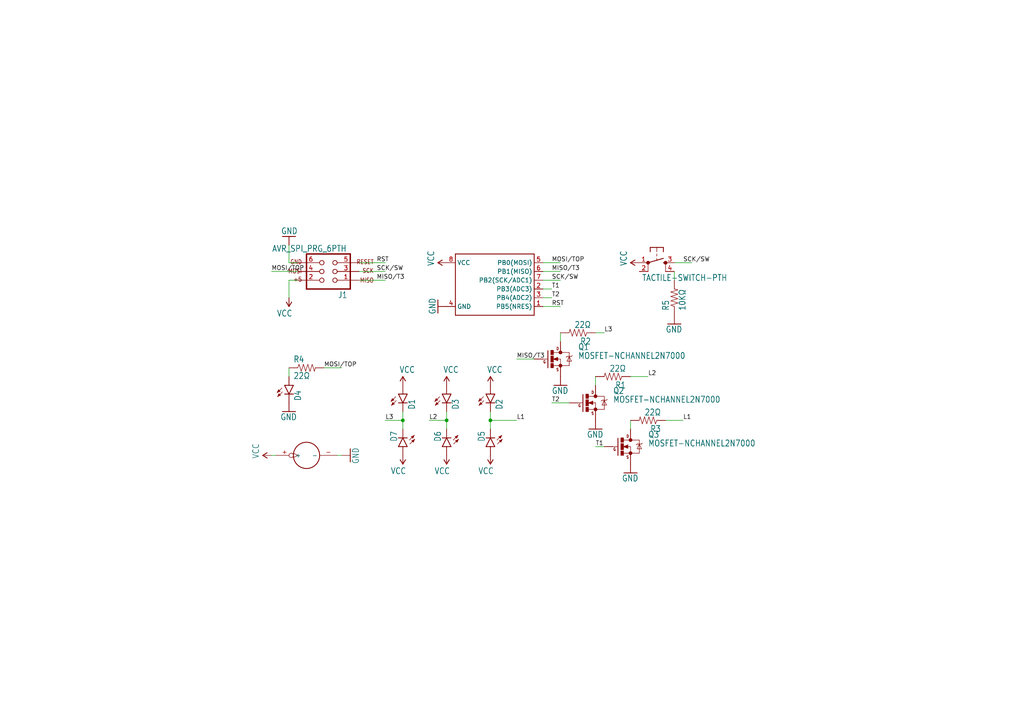
<source format=kicad_sch>
(kicad_sch
	(version 20231120)
	(generator "eeschema")
	(generator_version "8.0")
	(uuid "aab2c82c-a421-4cf7-8170-8c16139c4734")
	(paper "A4")
	(lib_symbols
		(symbol "xmas_tree-eagle-import:ATTINY45TINY45-20-DIP"
			(exclude_from_sim no)
			(in_bom yes)
			(on_board yes)
			(property "Reference" "U"
				(at -12.7 10.16 0)
				(effects
					(font
						(size 1.778 1.5113)
					)
					(justify left bottom)
					(hide yes)
				)
			)
			(property "Value" ""
				(at -12.7 -10.16 0)
				(effects
					(font
						(size 1.778 1.5113)
					)
					(justify left bottom)
					(hide yes)
				)
			)
			(property "Footprint" "xmas_tree:DIP08"
				(at 0 0 0)
				(effects
					(font
						(size 1.27 1.27)
					)
					(hide yes)
				)
			)
			(property "Datasheet" ""
				(at 0 0 0)
				(effects
					(font
						(size 1.27 1.27)
					)
					(hide yes)
				)
			)
			(property "Description" "Atmel 8-pin 2/4/8kB flash uC"
				(at 0 0 0)
				(effects
					(font
						(size 1.27 1.27)
					)
					(hide yes)
				)
			)
			(property "ki_locked" ""
				(at 0 0 0)
				(effects
					(font
						(size 1.27 1.27)
					)
				)
			)
			(symbol "ATTINY45TINY45-20-DIP_1_0"
				(polyline
					(pts
						(xy -12.7 -7.62) (xy -12.7 10.16)
					)
					(stroke
						(width 0.254)
						(type solid)
					)
					(fill
						(type none)
					)
				)
				(polyline
					(pts
						(xy -12.7 10.16) (xy 10.16 10.16)
					)
					(stroke
						(width 0.254)
						(type solid)
					)
					(fill
						(type none)
					)
				)
				(polyline
					(pts
						(xy 10.16 -7.62) (xy -12.7 -7.62)
					)
					(stroke
						(width 0.254)
						(type solid)
					)
					(fill
						(type none)
					)
				)
				(polyline
					(pts
						(xy 10.16 10.16) (xy 10.16 -7.62)
					)
					(stroke
						(width 0.254)
						(type solid)
					)
					(fill
						(type none)
					)
				)
				(pin bidirectional line
					(at 12.7 -5.08 180)
					(length 2.54)
					(name "PB5(NRES)"
						(effects
							(font
								(size 1.27 1.27)
							)
						)
					)
					(number "1"
						(effects
							(font
								(size 1.27 1.27)
							)
						)
					)
				)
				(pin bidirectional line
					(at 12.7 0 180)
					(length 2.54)
					(name "PB3(ADC3)"
						(effects
							(font
								(size 1.27 1.27)
							)
						)
					)
					(number "2"
						(effects
							(font
								(size 1.27 1.27)
							)
						)
					)
				)
				(pin bidirectional line
					(at 12.7 -2.54 180)
					(length 2.54)
					(name "PB4(ADC2)"
						(effects
							(font
								(size 1.27 1.27)
							)
						)
					)
					(number "3"
						(effects
							(font
								(size 1.27 1.27)
							)
						)
					)
				)
				(pin bidirectional line
					(at -15.24 -5.08 0)
					(length 2.54)
					(name "GND"
						(effects
							(font
								(size 1.27 1.27)
							)
						)
					)
					(number "4"
						(effects
							(font
								(size 1.27 1.27)
							)
						)
					)
				)
				(pin bidirectional line
					(at 12.7 7.62 180)
					(length 2.54)
					(name "PB0(MOSI)"
						(effects
							(font
								(size 1.27 1.27)
							)
						)
					)
					(number "5"
						(effects
							(font
								(size 1.27 1.27)
							)
						)
					)
				)
				(pin bidirectional line
					(at 12.7 5.08 180)
					(length 2.54)
					(name "PB1(MISO)"
						(effects
							(font
								(size 1.27 1.27)
							)
						)
					)
					(number "6"
						(effects
							(font
								(size 1.27 1.27)
							)
						)
					)
				)
				(pin bidirectional line
					(at 12.7 2.54 180)
					(length 2.54)
					(name "PB2(SCK/ADC1)"
						(effects
							(font
								(size 1.27 1.27)
							)
						)
					)
					(number "7"
						(effects
							(font
								(size 1.27 1.27)
							)
						)
					)
				)
				(pin bidirectional line
					(at -15.24 7.62 0)
					(length 2.54)
					(name "VCC"
						(effects
							(font
								(size 1.27 1.27)
							)
						)
					)
					(number "8"
						(effects
							(font
								(size 1.27 1.27)
							)
						)
					)
				)
			)
		)
		(symbol "xmas_tree-eagle-import:AVR_SPI_PRG_6PTH"
			(exclude_from_sim no)
			(in_bom yes)
			(on_board yes)
			(property "Reference" "J"
				(at -4.318 5.842 0)
				(effects
					(font
						(size 1.778 1.5113)
					)
					(justify left bottom)
				)
			)
			(property "Value" ""
				(at -4.064 -7.62 0)
				(effects
					(font
						(size 1.778 1.5113)
					)
					(justify left bottom)
				)
			)
			(property "Footprint" "xmas_tree:2X3"
				(at 0 0 0)
				(effects
					(font
						(size 1.27 1.27)
					)
					(hide yes)
				)
			)
			(property "Datasheet" ""
				(at 0 0 0)
				(effects
					(font
						(size 1.27 1.27)
					)
					(hide yes)
				)
			)
			(property "Description" "AVR ISP 6 Pin This is the reduced ISP connector for AVR programming. Common on Arduino. This footprint will take up less PCB space and can be used with a 10-pin to 6-pin adapter such as SKU: BOB-08508  **Special note about \"TEST_POINT\" package. The stop mask is on the top side, so if you want your programming test points to be on the bottom of your board, make sure to place this package on the bottom side of the board. This also ensure that the orientation to program from the bottom side will be correct."
				(at 0 0 0)
				(effects
					(font
						(size 1.27 1.27)
					)
					(hide yes)
				)
			)
			(property "ki_locked" ""
				(at 0 0 0)
				(effects
					(font
						(size 1.27 1.27)
					)
				)
			)
			(symbol "AVR_SPI_PRG_6PTH_1_0"
				(polyline
					(pts
						(xy -5.08 -5.08) (xy 7.62 -5.08)
					)
					(stroke
						(width 0.4064)
						(type solid)
					)
					(fill
						(type none)
					)
				)
				(polyline
					(pts
						(xy -5.08 5.08) (xy -5.08 -5.08)
					)
					(stroke
						(width 0.4064)
						(type solid)
					)
					(fill
						(type none)
					)
				)
				(polyline
					(pts
						(xy 7.62 -5.08) (xy 7.62 5.08)
					)
					(stroke
						(width 0.4064)
						(type solid)
					)
					(fill
						(type none)
					)
				)
				(polyline
					(pts
						(xy 7.62 5.08) (xy -5.08 5.08)
					)
					(stroke
						(width 0.4064)
						(type solid)
					)
					(fill
						(type none)
					)
				)
				(text "+5"
					(at 8.89 3.048 0)
					(effects
						(font
							(size 1.27 1.0795)
						)
						(justify left bottom)
					)
				)
				(text "GND"
					(at 8.89 -2.032 0)
					(effects
						(font
							(size 1.27 1.0795)
						)
						(justify left bottom)
					)
				)
				(text "MISO"
					(at -11.938 3.302 0)
					(effects
						(font
							(size 1.27 1.0795)
						)
						(justify left bottom)
					)
				)
				(text "MOSI"
					(at 8.89 0.635 0)
					(effects
						(font
							(size 1.27 1.0795)
						)
						(justify left bottom)
					)
				)
				(text "RESET"
					(at -11.938 -2.032 0)
					(effects
						(font
							(size 1.27 1.0795)
						)
						(justify left bottom)
					)
				)
				(text "SCK"
					(at -11.938 0.508 0)
					(effects
						(font
							(size 1.27 1.0795)
						)
						(justify left bottom)
					)
				)
				(pin passive inverted
					(at -7.62 2.54 0)
					(length 7.62)
					(name "1"
						(effects
							(font
								(size 0 0)
							)
						)
					)
					(number "1"
						(effects
							(font
								(size 1.27 1.27)
							)
						)
					)
				)
				(pin passive inverted
					(at 10.16 2.54 180)
					(length 7.62)
					(name "2"
						(effects
							(font
								(size 0 0)
							)
						)
					)
					(number "2"
						(effects
							(font
								(size 1.27 1.27)
							)
						)
					)
				)
				(pin passive inverted
					(at -7.62 0 0)
					(length 7.62)
					(name "3"
						(effects
							(font
								(size 0 0)
							)
						)
					)
					(number "3"
						(effects
							(font
								(size 1.27 1.27)
							)
						)
					)
				)
				(pin passive inverted
					(at 10.16 0 180)
					(length 7.62)
					(name "4"
						(effects
							(font
								(size 0 0)
							)
						)
					)
					(number "4"
						(effects
							(font
								(size 1.27 1.27)
							)
						)
					)
				)
				(pin passive inverted
					(at -7.62 -2.54 0)
					(length 7.62)
					(name "5"
						(effects
							(font
								(size 0 0)
							)
						)
					)
					(number "5"
						(effects
							(font
								(size 1.27 1.27)
							)
						)
					)
				)
				(pin passive inverted
					(at 10.16 -2.54 180)
					(length 7.62)
					(name "6"
						(effects
							(font
								(size 0 0)
							)
						)
					)
					(number "6"
						(effects
							(font
								(size 1.27 1.27)
							)
						)
					)
				)
			)
		)
		(symbol "xmas_tree-eagle-import:BATTERY_1236_C"
			(exclude_from_sim no)
			(in_bom yes)
			(on_board yes)
			(property "Reference" "BATTERY_"
				(at -7.62 5.08 0)
				(effects
					(font
						(size 0.762 0.6477)
					)
					(justify left bottom)
					(hide yes)
				)
			)
			(property "Value" ""
				(at -7.62 -5.08 0)
				(effects
					(font
						(size 0.762 0.6477)
					)
					(justify left bottom)
					(hide yes)
				)
			)
			(property "Footprint" "xmas_tree:BATTERY_1236_C"
				(at 0 0 0)
				(effects
					(font
						(size 1.27 1.27)
					)
					(hide yes)
				)
			)
			(property "Datasheet" ""
				(at 0 0 0)
				(effects
					(font
						(size 1.27 1.27)
					)
					(hide yes)
				)
			)
			(property "Description" "SOC004"
				(at 0 0 0)
				(effects
					(font
						(size 1.27 1.27)
					)
					(hide yes)
				)
			)
			(property "ki_locked" ""
				(at 0 0 0)
				(effects
					(font
						(size 1.27 1.27)
					)
				)
			)
			(symbol "BATTERY_1236_C_1_0"
				(circle
					(center 0 0)
					(radius 3.81)
					(stroke
						(width 0.254)
						(type solid)
					)
					(fill
						(type none)
					)
				)
				(pin bidirectional inverted_clock
					(at -8.89 0 0)
					(length 5.08)
					(name "+"
						(effects
							(font
								(size 1.27 1.27)
							)
						)
					)
					(number "+"
						(effects
							(font
								(size 1.27 1.27)
							)
						)
					)
				)
				(pin bidirectional line
					(at 8.89 0 180)
					(length 5.08)
					(name "-"
						(effects
							(font
								(size 1.27 1.27)
							)
						)
					)
					(number "-"
						(effects
							(font
								(size 1.27 1.27)
							)
						)
					)
				)
			)
		)
		(symbol "xmas_tree-eagle-import:GND"
			(power)
			(exclude_from_sim no)
			(in_bom yes)
			(on_board yes)
			(property "Reference" "#GND"
				(at 0 0 0)
				(effects
					(font
						(size 1.27 1.27)
					)
					(hide yes)
				)
			)
			(property "Value" ""
				(at -2.54 -2.54 0)
				(effects
					(font
						(size 1.778 1.5113)
					)
					(justify left bottom)
				)
			)
			(property "Footprint" ""
				(at 0 0 0)
				(effects
					(font
						(size 1.27 1.27)
					)
					(hide yes)
				)
			)
			(property "Datasheet" ""
				(at 0 0 0)
				(effects
					(font
						(size 1.27 1.27)
					)
					(hide yes)
				)
			)
			(property "Description" "SUPPLY SYMBOL"
				(at 0 0 0)
				(effects
					(font
						(size 1.27 1.27)
					)
					(hide yes)
				)
			)
			(property "ki_locked" ""
				(at 0 0 0)
				(effects
					(font
						(size 1.27 1.27)
					)
				)
			)
			(symbol "GND_1_0"
				(polyline
					(pts
						(xy -1.905 0) (xy 1.905 0)
					)
					(stroke
						(width 0.254)
						(type solid)
					)
					(fill
						(type none)
					)
				)
				(pin power_in line
					(at 0 2.54 270)
					(length 2.54)
					(name "GND"
						(effects
							(font
								(size 0 0)
							)
						)
					)
					(number "1"
						(effects
							(font
								(size 0 0)
							)
						)
					)
				)
			)
		)
		(symbol "xmas_tree-eagle-import:LED"
			(exclude_from_sim no)
			(in_bom yes)
			(on_board yes)
			(property "Reference" "D"
				(at 3.556 -4.572 90)
				(effects
					(font
						(size 1.778 1.5113)
					)
					(justify left bottom)
				)
			)
			(property "Value" ""
				(at 5.715 -4.572 90)
				(effects
					(font
						(size 1.778 1.5113)
					)
					(justify left bottom)
				)
			)
			(property "Footprint" "xmas_tree:LED5MM-SLIM"
				(at 0 0 0)
				(effects
					(font
						(size 1.27 1.27)
					)
					(hide yes)
				)
			)
			(property "Datasheet" ""
				(at 0 0 0)
				(effects
					(font
						(size 1.27 1.27)
					)
					(hide yes)
				)
			)
			(property "Description" "LEDs Standard schematic elements and footprints for 5mm, 3mm, 1206, and 0603 sized LEDs. 5mm - Spark Fun Electronics SKU : COM-00529 (and others)"
				(at 0 0 0)
				(effects
					(font
						(size 1.27 1.27)
					)
					(hide yes)
				)
			)
			(property "ki_locked" ""
				(at 0 0 0)
				(effects
					(font
						(size 1.27 1.27)
					)
				)
			)
			(symbol "LED_1_0"
				(polyline
					(pts
						(xy -2.032 -0.762) (xy -3.429 -2.159)
					)
					(stroke
						(width 0.1524)
						(type solid)
					)
					(fill
						(type none)
					)
				)
				(polyline
					(pts
						(xy -1.905 -1.905) (xy -3.302 -3.302)
					)
					(stroke
						(width 0.1524)
						(type solid)
					)
					(fill
						(type none)
					)
				)
				(polyline
					(pts
						(xy 0 -2.54) (xy -1.27 -2.54)
					)
					(stroke
						(width 0.254)
						(type solid)
					)
					(fill
						(type none)
					)
				)
				(polyline
					(pts
						(xy 0 -2.54) (xy -1.27 0)
					)
					(stroke
						(width 0.254)
						(type solid)
					)
					(fill
						(type none)
					)
				)
				(polyline
					(pts
						(xy 0 0) (xy -1.27 0)
					)
					(stroke
						(width 0.254)
						(type solid)
					)
					(fill
						(type none)
					)
				)
				(polyline
					(pts
						(xy 1.27 -2.54) (xy 0 -2.54)
					)
					(stroke
						(width 0.254)
						(type solid)
					)
					(fill
						(type none)
					)
				)
				(polyline
					(pts
						(xy 1.27 0) (xy 0 -2.54)
					)
					(stroke
						(width 0.254)
						(type solid)
					)
					(fill
						(type none)
					)
				)
				(polyline
					(pts
						(xy 1.27 0) (xy 0 0)
					)
					(stroke
						(width 0.254)
						(type solid)
					)
					(fill
						(type none)
					)
				)
				(polyline
					(pts
						(xy -3.429 -2.159) (xy -3.048 -1.27) (xy -2.54 -1.778)
					)
					(stroke
						(width 0.1524)
						(type solid)
					)
					(fill
						(type outline)
					)
				)
				(polyline
					(pts
						(xy -3.302 -3.302) (xy -2.921 -2.413) (xy -2.413 -2.921)
					)
					(stroke
						(width 0.1524)
						(type solid)
					)
					(fill
						(type outline)
					)
				)
				(pin passive line
					(at 0 2.54 270)
					(length 2.54)
					(name "A"
						(effects
							(font
								(size 0 0)
							)
						)
					)
					(number "A"
						(effects
							(font
								(size 0 0)
							)
						)
					)
				)
				(pin passive line
					(at 0 -5.08 90)
					(length 2.54)
					(name "C"
						(effects
							(font
								(size 0 0)
							)
						)
					)
					(number "K"
						(effects
							(font
								(size 0 0)
							)
						)
					)
				)
			)
		)
		(symbol "xmas_tree-eagle-import:MOSFET-NCHANNEL2N7000"
			(exclude_from_sim no)
			(in_bom yes)
			(on_board yes)
			(property "Reference" "Q"
				(at 5.08 2.54 0)
				(effects
					(font
						(size 1.778 1.5113)
					)
					(justify left bottom)
				)
			)
			(property "Value" ""
				(at 5.08 0 0)
				(effects
					(font
						(size 1.778 1.5113)
					)
					(justify left bottom)
				)
			)
			(property "Footprint" "xmas_tree:TO-92"
				(at 0 0 0)
				(effects
					(font
						(size 1.27 1.27)
					)
					(hide yes)
				)
			)
			(property "Datasheet" ""
				(at 0 0 0)
				(effects
					(font
						(size 1.27 1.27)
					)
					(hide yes)
				)
			)
			(property "Description" "Common NMOSFET Parts\n\nMFG P/NStore IDProd ID FDD8780TRANS-09984 SI7820DNTRANS-11055 FDS6630AIC-08089 2N7002PWTRANS-11151 FQP30N06L  COM-10213TRANS-10060 BSS123LT1GTRANS-08345 BSS138TRANS-00830 BS170 2N7000 "
				(at 0 0 0)
				(effects
					(font
						(size 1.27 1.27)
					)
					(hide yes)
				)
			)
			(property "ki_locked" ""
				(at 0 0 0)
				(effects
					(font
						(size 1.27 1.27)
					)
				)
			)
			(symbol "MOSFET-NCHANNEL2N7000_1_0"
				(rectangle
					(start -2.794 -2.54)
					(end -2.032 -1.27)
					(stroke
						(width 0)
						(type default)
					)
					(fill
						(type outline)
					)
				)
				(rectangle
					(start -2.794 -0.889)
					(end -2.032 0.889)
					(stroke
						(width 0)
						(type default)
					)
					(fill
						(type outline)
					)
				)
				(rectangle
					(start -2.794 1.27)
					(end -2.032 2.54)
					(stroke
						(width 0)
						(type default)
					)
					(fill
						(type outline)
					)
				)
				(circle
					(center 0 -1.905)
					(radius 0.127)
					(stroke
						(width 0.4064)
						(type solid)
					)
					(fill
						(type none)
					)
				)
				(polyline
					(pts
						(xy -3.81 0) (xy -5.08 0)
					)
					(stroke
						(width 0.1524)
						(type solid)
					)
					(fill
						(type none)
					)
				)
				(polyline
					(pts
						(xy -3.6576 2.413) (xy -3.6576 -2.54)
					)
					(stroke
						(width 0.254)
						(type solid)
					)
					(fill
						(type none)
					)
				)
				(polyline
					(pts
						(xy -2.032 -1.905) (xy 0 -1.905)
					)
					(stroke
						(width 0.1524)
						(type solid)
					)
					(fill
						(type none)
					)
				)
				(polyline
					(pts
						(xy -2.032 0) (xy -0.762 -0.508)
					)
					(stroke
						(width 0.1524)
						(type solid)
					)
					(fill
						(type none)
					)
				)
				(polyline
					(pts
						(xy -1.778 0) (xy -0.889 -0.254)
					)
					(stroke
						(width 0.3048)
						(type solid)
					)
					(fill
						(type none)
					)
				)
				(polyline
					(pts
						(xy -0.889 -0.254) (xy -0.889 0)
					)
					(stroke
						(width 0.3048)
						(type solid)
					)
					(fill
						(type none)
					)
				)
				(polyline
					(pts
						(xy -0.889 0) (xy -1.143 0)
					)
					(stroke
						(width 0.3048)
						(type solid)
					)
					(fill
						(type none)
					)
				)
				(polyline
					(pts
						(xy -0.889 0) (xy 0 0)
					)
					(stroke
						(width 0.1524)
						(type solid)
					)
					(fill
						(type none)
					)
				)
				(polyline
					(pts
						(xy -0.889 0.254) (xy -1.778 0)
					)
					(stroke
						(width 0.3048)
						(type solid)
					)
					(fill
						(type none)
					)
				)
				(polyline
					(pts
						(xy -0.762 -0.508) (xy -0.762 0.508)
					)
					(stroke
						(width 0.1524)
						(type solid)
					)
					(fill
						(type none)
					)
				)
				(polyline
					(pts
						(xy -0.762 0.508) (xy -2.032 0)
					)
					(stroke
						(width 0.1524)
						(type solid)
					)
					(fill
						(type none)
					)
				)
				(polyline
					(pts
						(xy 0 -1.905) (xy 0 -2.54)
					)
					(stroke
						(width 0.1524)
						(type solid)
					)
					(fill
						(type none)
					)
				)
				(polyline
					(pts
						(xy 0 0) (xy 0 -1.905)
					)
					(stroke
						(width 0.1524)
						(type solid)
					)
					(fill
						(type none)
					)
				)
				(polyline
					(pts
						(xy 0 1.905) (xy -2.0066 1.905)
					)
					(stroke
						(width 0.1524)
						(type solid)
					)
					(fill
						(type none)
					)
				)
				(polyline
					(pts
						(xy 0 1.905) (xy 2.54 1.905)
					)
					(stroke
						(width 0.1524)
						(type solid)
					)
					(fill
						(type none)
					)
				)
				(polyline
					(pts
						(xy 0 2.54) (xy 0 1.905)
					)
					(stroke
						(width 0.1524)
						(type solid)
					)
					(fill
						(type none)
					)
				)
				(polyline
					(pts
						(xy 1.905 -0.635) (xy 3.175 -0.635)
					)
					(stroke
						(width 0.1524)
						(type solid)
					)
					(fill
						(type none)
					)
				)
				(polyline
					(pts
						(xy 1.905 0.762) (xy 1.651 0.508)
					)
					(stroke
						(width 0.1524)
						(type solid)
					)
					(fill
						(type none)
					)
				)
				(polyline
					(pts
						(xy 1.905 0.762) (xy 2.54 0.762)
					)
					(stroke
						(width 0.1524)
						(type solid)
					)
					(fill
						(type none)
					)
				)
				(polyline
					(pts
						(xy 2.54 -1.905) (xy 0 -1.905)
					)
					(stroke
						(width 0.1524)
						(type solid)
					)
					(fill
						(type none)
					)
				)
				(polyline
					(pts
						(xy 2.54 0.762) (xy 1.905 -0.635)
					)
					(stroke
						(width 0.1524)
						(type solid)
					)
					(fill
						(type none)
					)
				)
				(polyline
					(pts
						(xy 2.54 0.762) (xy 2.54 -1.905)
					)
					(stroke
						(width 0.1524)
						(type solid)
					)
					(fill
						(type none)
					)
				)
				(polyline
					(pts
						(xy 2.54 0.762) (xy 3.175 0.762)
					)
					(stroke
						(width 0.1524)
						(type solid)
					)
					(fill
						(type none)
					)
				)
				(polyline
					(pts
						(xy 2.54 1.905) (xy 2.54 0.762)
					)
					(stroke
						(width 0.1524)
						(type solid)
					)
					(fill
						(type none)
					)
				)
				(polyline
					(pts
						(xy 3.175 -0.635) (xy 2.54 0.762)
					)
					(stroke
						(width 0.1524)
						(type solid)
					)
					(fill
						(type none)
					)
				)
				(polyline
					(pts
						(xy 3.175 0.762) (xy 3.429 1.016)
					)
					(stroke
						(width 0.1524)
						(type solid)
					)
					(fill
						(type none)
					)
				)
				(circle
					(center 0 1.905)
					(radius 0.127)
					(stroke
						(width 0.4064)
						(type solid)
					)
					(fill
						(type none)
					)
				)
				(text "D"
					(at -1.27 2.54 0)
					(effects
						(font
							(size 0.8128 0.6908)
						)
						(justify left bottom)
					)
				)
				(text "G"
					(at -5.08 -1.27 0)
					(effects
						(font
							(size 0.8128 0.6908)
						)
						(justify left bottom)
					)
				)
				(text "S"
					(at -1.27 -3.556 0)
					(effects
						(font
							(size 0.8128 0.6908)
						)
						(justify left bottom)
					)
				)
				(pin passive line
					(at 0 -5.08 90)
					(length 2.54)
					(name "S"
						(effects
							(font
								(size 0 0)
							)
						)
					)
					(number "1"
						(effects
							(font
								(size 0 0)
							)
						)
					)
				)
				(pin passive line
					(at -7.62 0 0)
					(length 2.54)
					(name "G"
						(effects
							(font
								(size 0 0)
							)
						)
					)
					(number "2"
						(effects
							(font
								(size 0 0)
							)
						)
					)
				)
				(pin passive line
					(at 0 5.08 270)
					(length 2.54)
					(name "D"
						(effects
							(font
								(size 0 0)
							)
						)
					)
					(number "3"
						(effects
							(font
								(size 0 0)
							)
						)
					)
				)
			)
		)
		(symbol "xmas_tree-eagle-import:RESISTOR1206"
			(exclude_from_sim no)
			(in_bom yes)
			(on_board yes)
			(property "Reference" "R"
				(at -3.81 1.4986 0)
				(effects
					(font
						(size 1.778 1.5113)
					)
					(justify left bottom)
				)
			)
			(property "Value" ""
				(at -3.81 -3.302 0)
				(effects
					(font
						(size 1.778 1.5113)
					)
					(justify left bottom)
				)
			)
			(property "Footprint" "xmas_tree:1206"
				(at 0 0 0)
				(effects
					(font
						(size 1.27 1.27)
					)
					(hide yes)
				)
			)
			(property "Datasheet" ""
				(at 0 0 0)
				(effects
					(font
						(size 1.27 1.27)
					)
					(hide yes)
				)
			)
			(property "Description" "Resistor Basic schematic elements and footprints for 0603, 1206, and PTH resistors."
				(at 0 0 0)
				(effects
					(font
						(size 1.27 1.27)
					)
					(hide yes)
				)
			)
			(property "ki_locked" ""
				(at 0 0 0)
				(effects
					(font
						(size 1.27 1.27)
					)
				)
			)
			(symbol "RESISTOR1206_1_0"
				(polyline
					(pts
						(xy -2.54 0) (xy -2.159 1.016)
					)
					(stroke
						(width 0.1524)
						(type solid)
					)
					(fill
						(type none)
					)
				)
				(polyline
					(pts
						(xy -2.159 1.016) (xy -1.524 -1.016)
					)
					(stroke
						(width 0.1524)
						(type solid)
					)
					(fill
						(type none)
					)
				)
				(polyline
					(pts
						(xy -1.524 -1.016) (xy -0.889 1.016)
					)
					(stroke
						(width 0.1524)
						(type solid)
					)
					(fill
						(type none)
					)
				)
				(polyline
					(pts
						(xy -0.889 1.016) (xy -0.254 -1.016)
					)
					(stroke
						(width 0.1524)
						(type solid)
					)
					(fill
						(type none)
					)
				)
				(polyline
					(pts
						(xy -0.254 -1.016) (xy 0.381 1.016)
					)
					(stroke
						(width 0.1524)
						(type solid)
					)
					(fill
						(type none)
					)
				)
				(polyline
					(pts
						(xy 0.381 1.016) (xy 1.016 -1.016)
					)
					(stroke
						(width 0.1524)
						(type solid)
					)
					(fill
						(type none)
					)
				)
				(polyline
					(pts
						(xy 1.016 -1.016) (xy 1.651 1.016)
					)
					(stroke
						(width 0.1524)
						(type solid)
					)
					(fill
						(type none)
					)
				)
				(polyline
					(pts
						(xy 1.651 1.016) (xy 2.286 -1.016)
					)
					(stroke
						(width 0.1524)
						(type solid)
					)
					(fill
						(type none)
					)
				)
				(polyline
					(pts
						(xy 2.286 -1.016) (xy 2.54 0)
					)
					(stroke
						(width 0.1524)
						(type solid)
					)
					(fill
						(type none)
					)
				)
				(pin passive line
					(at -5.08 0 0)
					(length 2.54)
					(name "1"
						(effects
							(font
								(size 0 0)
							)
						)
					)
					(number "1"
						(effects
							(font
								(size 0 0)
							)
						)
					)
				)
				(pin passive line
					(at 5.08 0 180)
					(length 2.54)
					(name "2"
						(effects
							(font
								(size 0 0)
							)
						)
					)
					(number "2"
						(effects
							(font
								(size 0 0)
							)
						)
					)
				)
			)
		)
		(symbol "xmas_tree-eagle-import:TACTILE-SWITCH-PTH"
			(exclude_from_sim no)
			(in_bom yes)
			(on_board yes)
			(property "Reference" ""
				(at -4.064 5.588 0)
				(effects
					(font
						(size 1.778 1.5113)
					)
					(justify left bottom)
					(hide yes)
				)
			)
			(property "Value" ""
				(at -4.318 -5.334 0)
				(effects
					(font
						(size 1.778 1.5113)
					)
					(justify left bottom)
				)
			)
			(property "Footprint" "xmas_tree:TAC-SWITCH-PTH"
				(at 0 0 0)
				(effects
					(font
						(size 1.27 1.27)
					)
					(hide yes)
				)
			)
			(property "Datasheet" ""
				(at 0 0 0)
				(effects
					(font
						(size 1.27 1.27)
					)
					(hide yes)
				)
			)
			(property "Description" "Tactile Switch 4 Pins, SPST NO"
				(at 0 0 0)
				(effects
					(font
						(size 1.27 1.27)
					)
					(hide yes)
				)
			)
			(property "ki_locked" ""
				(at 0 0 0)
				(effects
					(font
						(size 1.27 1.27)
					)
				)
			)
			(symbol "TACTILE-SWITCH-PTH_1_0"
				(circle
					(center -2.54 0)
					(radius 0.127)
					(stroke
						(width 0.4064)
						(type solid)
					)
					(fill
						(type none)
					)
				)
				(polyline
					(pts
						(xy -2.54 -2.54) (xy -2.54 0)
					)
					(stroke
						(width 0.1524)
						(type solid)
					)
					(fill
						(type none)
					)
				)
				(polyline
					(pts
						(xy -2.54 0) (xy 1.905 1.27)
					)
					(stroke
						(width 0.254)
						(type solid)
					)
					(fill
						(type none)
					)
				)
				(polyline
					(pts
						(xy -1.905 4.445) (xy -1.905 3.175)
					)
					(stroke
						(width 0.254)
						(type solid)
					)
					(fill
						(type none)
					)
				)
				(polyline
					(pts
						(xy 0 1.27) (xy 0 0.635)
					)
					(stroke
						(width 0.1524)
						(type solid)
					)
					(fill
						(type none)
					)
				)
				(polyline
					(pts
						(xy 0 2.54) (xy 0 1.905)
					)
					(stroke
						(width 0.1524)
						(type solid)
					)
					(fill
						(type none)
					)
				)
				(polyline
					(pts
						(xy 0 4.445) (xy -1.905 4.445)
					)
					(stroke
						(width 0.254)
						(type solid)
					)
					(fill
						(type none)
					)
				)
				(polyline
					(pts
						(xy 0 4.445) (xy 0 3.175)
					)
					(stroke
						(width 0.1524)
						(type solid)
					)
					(fill
						(type none)
					)
				)
				(polyline
					(pts
						(xy 1.905 0) (xy 2.54 0)
					)
					(stroke
						(width 0.254)
						(type solid)
					)
					(fill
						(type none)
					)
				)
				(polyline
					(pts
						(xy 1.905 4.445) (xy 0 4.445)
					)
					(stroke
						(width 0.254)
						(type solid)
					)
					(fill
						(type none)
					)
				)
				(polyline
					(pts
						(xy 1.905 4.445) (xy 1.905 3.175)
					)
					(stroke
						(width 0.254)
						(type solid)
					)
					(fill
						(type none)
					)
				)
				(polyline
					(pts
						(xy 2.54 -2.54) (xy 2.54 0)
					)
					(stroke
						(width 0.1524)
						(type solid)
					)
					(fill
						(type none)
					)
				)
				(circle
					(center 2.54 0)
					(radius 0.127)
					(stroke
						(width 0.4064)
						(type solid)
					)
					(fill
						(type none)
					)
				)
				(pin passive line
					(at -5.08 0 0)
					(length 2.54)
					(name "1"
						(effects
							(font
								(size 0 0)
							)
						)
					)
					(number "1"
						(effects
							(font
								(size 1.27 1.27)
							)
						)
					)
				)
				(pin passive line
					(at -5.08 -2.54 0)
					(length 2.54)
					(name "2"
						(effects
							(font
								(size 0 0)
							)
						)
					)
					(number "2"
						(effects
							(font
								(size 1.27 1.27)
							)
						)
					)
				)
				(pin passive line
					(at 5.08 0 180)
					(length 2.54)
					(name "3"
						(effects
							(font
								(size 0 0)
							)
						)
					)
					(number "3"
						(effects
							(font
								(size 1.27 1.27)
							)
						)
					)
				)
				(pin passive line
					(at 5.08 -2.54 180)
					(length 2.54)
					(name "4"
						(effects
							(font
								(size 0 0)
							)
						)
					)
					(number "4"
						(effects
							(font
								(size 1.27 1.27)
							)
						)
					)
				)
			)
		)
		(symbol "xmas_tree-eagle-import:VCC"
			(power)
			(exclude_from_sim no)
			(in_bom yes)
			(on_board yes)
			(property "Reference" "#SUPPLY"
				(at 0 0 0)
				(effects
					(font
						(size 1.27 1.27)
					)
					(hide yes)
				)
			)
			(property "Value" ""
				(at -1.016 3.556 0)
				(effects
					(font
						(size 1.778 1.5113)
					)
					(justify left bottom)
				)
			)
			(property "Footprint" ""
				(at 0 0 0)
				(effects
					(font
						(size 1.27 1.27)
					)
					(hide yes)
				)
			)
			(property "Datasheet" ""
				(at 0 0 0)
				(effects
					(font
						(size 1.27 1.27)
					)
					(hide yes)
				)
			)
			(property "Description" "SUPPLY SYMBOL"
				(at 0 0 0)
				(effects
					(font
						(size 1.27 1.27)
					)
					(hide yes)
				)
			)
			(property "ki_locked" ""
				(at 0 0 0)
				(effects
					(font
						(size 1.27 1.27)
					)
				)
			)
			(symbol "VCC_1_0"
				(polyline
					(pts
						(xy 0 2.54) (xy -0.762 1.27)
					)
					(stroke
						(width 0.254)
						(type solid)
					)
					(fill
						(type none)
					)
				)
				(polyline
					(pts
						(xy 0.762 1.27) (xy 0 2.54)
					)
					(stroke
						(width 0.254)
						(type solid)
					)
					(fill
						(type none)
					)
				)
				(pin power_in line
					(at 0 0 90)
					(length 2.54)
					(name "VCC"
						(effects
							(font
								(size 0 0)
							)
						)
					)
					(number "1"
						(effects
							(font
								(size 0 0)
							)
						)
					)
				)
			)
		)
	)
	(junction
		(at 129.54 121.92)
		(diameter 0)
		(color 0 0 0 0)
		(uuid "2607857f-c14c-45b3-a6ea-ac4ccb8d1633")
	)
	(junction
		(at 142.24 121.92)
		(diameter 0)
		(color 0 0 0 0)
		(uuid "8953c6bd-d387-432a-ad76-b5cd5548fcc1")
	)
	(junction
		(at 116.84 121.92)
		(diameter 0)
		(color 0 0 0 0)
		(uuid "8bf57c75-8dd6-427a-99fd-fb95037771de")
	)
	(wire
		(pts
			(xy 195.58 81.28) (xy 195.58 78.74)
		)
		(stroke
			(width 0.1524)
			(type solid)
		)
		(uuid "04fd47e8-afbd-4991-bcc4-0e5ed8a40930")
	)
	(wire
		(pts
			(xy 116.84 124.46) (xy 116.84 121.92)
		)
		(stroke
			(width 0.1524)
			(type solid)
		)
		(uuid "05fc9ffb-b190-411d-a0d1-81eabcbedc65")
	)
	(wire
		(pts
			(xy 142.24 124.46) (xy 142.24 121.92)
		)
		(stroke
			(width 0.1524)
			(type solid)
		)
		(uuid "10a1687f-40c5-4cc6-b750-e16598b9004b")
	)
	(wire
		(pts
			(xy 129.54 121.92) (xy 129.54 119.38)
		)
		(stroke
			(width 0.1524)
			(type solid)
		)
		(uuid "36d87db3-fff1-4a16-8fa3-fa128e55a0d0")
	)
	(wire
		(pts
			(xy 157.48 76.2) (xy 162.56 76.2)
		)
		(stroke
			(width 0.1524)
			(type solid)
		)
		(uuid "457054d0-31ea-4bfd-a8ce-f073a0f786d8")
	)
	(wire
		(pts
			(xy 83.82 106.68) (xy 83.82 109.22)
		)
		(stroke
			(width 0.1524)
			(type solid)
		)
		(uuid "480f2772-2c68-48d6-af79-fa90288ba4ba")
	)
	(wire
		(pts
			(xy 93.98 106.68) (xy 99.06 106.68)
		)
		(stroke
			(width 0.1524)
			(type solid)
		)
		(uuid "4b4f262b-4943-403d-b607-f000afd51570")
	)
	(wire
		(pts
			(xy 172.72 109.22) (xy 172.72 111.76)
		)
		(stroke
			(width 0.1524)
			(type solid)
		)
		(uuid "4c4bff2d-e6c5-4335-bff0-530cf180c09b")
	)
	(wire
		(pts
			(xy 162.56 96.52) (xy 162.56 99.06)
		)
		(stroke
			(width 0.1524)
			(type solid)
		)
		(uuid "51ddc63d-eecd-41b9-ae09-1682a01c2ccf")
	)
	(wire
		(pts
			(xy 104.14 81.28) (xy 111.76 81.28)
		)
		(stroke
			(width 0.1524)
			(type solid)
		)
		(uuid "566abdd9-ab5a-4b65-bf7c-9d4bbae90584")
	)
	(wire
		(pts
			(xy 116.84 121.92) (xy 111.76 121.92)
		)
		(stroke
			(width 0.1524)
			(type solid)
		)
		(uuid "69f17921-d084-4ceb-a0bc-50d6d28e611b")
	)
	(wire
		(pts
			(xy 129.54 124.46) (xy 129.54 121.92)
		)
		(stroke
			(width 0.1524)
			(type solid)
		)
		(uuid "6e862176-5b5f-4e7f-a887-bf5791884762")
	)
	(wire
		(pts
			(xy 86.36 76.2) (xy 83.82 76.2)
		)
		(stroke
			(width 0.1524)
			(type solid)
		)
		(uuid "71faddf2-ba69-41f9-92a0-773fbe15b732")
	)
	(wire
		(pts
			(xy 182.88 109.22) (xy 187.96 109.22)
		)
		(stroke
			(width 0.1524)
			(type solid)
		)
		(uuid "7554889c-021d-468f-80b7-8fb119d3c030")
	)
	(wire
		(pts
			(xy 86.36 78.74) (xy 78.74 78.74)
		)
		(stroke
			(width 0.1524)
			(type solid)
		)
		(uuid "7bbbbb15-1fab-47ef-beb6-114c71df064a")
	)
	(wire
		(pts
			(xy 129.54 121.92) (xy 124.46 121.92)
		)
		(stroke
			(width 0.1524)
			(type solid)
		)
		(uuid "8071153d-4546-433d-9236-4dbfd717c236")
	)
	(wire
		(pts
			(xy 99.06 132.08) (xy 97.79 132.08)
		)
		(stroke
			(width 0.1524)
			(type solid)
		)
		(uuid "8cc4f711-1143-4d54-b3a7-6c202f2cc813")
	)
	(wire
		(pts
			(xy 182.88 121.92) (xy 182.88 124.46)
		)
		(stroke
			(width 0.1524)
			(type solid)
		)
		(uuid "8eb7245f-cd5d-41d6-82cf-7038aca1a2f4")
	)
	(wire
		(pts
			(xy 116.84 121.92) (xy 116.84 119.38)
		)
		(stroke
			(width 0.1524)
			(type solid)
		)
		(uuid "942cd7cd-82a3-4a01-8480-03beda3b5fd3")
	)
	(wire
		(pts
			(xy 154.94 104.14) (xy 149.86 104.14)
		)
		(stroke
			(width 0.1524)
			(type solid)
		)
		(uuid "9661b257-01b9-4eba-bfd4-6190aee1f707")
	)
	(wire
		(pts
			(xy 157.48 81.28) (xy 162.56 81.28)
		)
		(stroke
			(width 0.1524)
			(type solid)
		)
		(uuid "a12f9262-ec3b-4cd5-9809-146305ed6bae")
	)
	(wire
		(pts
			(xy 195.58 76.2) (xy 200.66 76.2)
		)
		(stroke
			(width 0.1524)
			(type solid)
		)
		(uuid "a181192c-4436-4259-a7fa-2fed15a29a6c")
	)
	(wire
		(pts
			(xy 142.24 121.92) (xy 142.24 119.38)
		)
		(stroke
			(width 0.1524)
			(type solid)
		)
		(uuid "a3684372-5c7c-4c04-a29b-c2f553d22f24")
	)
	(wire
		(pts
			(xy 86.36 81.28) (xy 83.82 81.28)
		)
		(stroke
			(width 0.1524)
			(type solid)
		)
		(uuid "a393e541-d2ce-4eb7-8c02-7d0b048ee381")
	)
	(wire
		(pts
			(xy 104.14 76.2) (xy 111.76 76.2)
		)
		(stroke
			(width 0.1524)
			(type solid)
		)
		(uuid "a74eaecb-69ce-40e5-b8e1-61c92babb146")
	)
	(wire
		(pts
			(xy 157.48 88.9) (xy 162.56 88.9)
		)
		(stroke
			(width 0.1524)
			(type solid)
		)
		(uuid "b8e960b1-9536-4f6c-8a32-31c7b994e15f")
	)
	(wire
		(pts
			(xy 157.48 83.82) (xy 160.02 83.82)
		)
		(stroke
			(width 0.1524)
			(type solid)
		)
		(uuid "bd3ad5e8-2908-43dd-ab8d-671e806df48e")
	)
	(wire
		(pts
			(xy 83.82 81.28) (xy 83.82 86.36)
		)
		(stroke
			(width 0.1524)
			(type solid)
		)
		(uuid "bebc4f42-233c-495a-8849-704ccf7063f0")
	)
	(wire
		(pts
			(xy 104.14 78.74) (xy 111.76 78.74)
		)
		(stroke
			(width 0.1524)
			(type solid)
		)
		(uuid "c6cb92b1-a60e-4091-8bb1-ba4566e2ac16")
	)
	(wire
		(pts
			(xy 157.48 78.74) (xy 162.56 78.74)
		)
		(stroke
			(width 0.1524)
			(type solid)
		)
		(uuid "d89cf047-7606-4e5d-91b5-14ba5ab2f853")
	)
	(wire
		(pts
			(xy 83.82 76.2) (xy 83.82 71.12)
		)
		(stroke
			(width 0.1524)
			(type solid)
		)
		(uuid "dabba688-577a-491c-9a27-5daec1ebd957")
	)
	(wire
		(pts
			(xy 157.48 86.36) (xy 160.02 86.36)
		)
		(stroke
			(width 0.1524)
			(type solid)
		)
		(uuid "dc559c95-b11f-4dbd-be67-771966867ec4")
	)
	(wire
		(pts
			(xy 78.74 132.08) (xy 80.01 132.08)
		)
		(stroke
			(width 0.1524)
			(type solid)
		)
		(uuid "e06591a3-a1a8-4b3f-91e9-6e0bf5630c5b")
	)
	(wire
		(pts
			(xy 175.26 129.54) (xy 172.72 129.54)
		)
		(stroke
			(width 0.1524)
			(type solid)
		)
		(uuid "e7055b40-20da-4c6e-a8ed-66f2d800f76a")
	)
	(wire
		(pts
			(xy 172.72 96.52) (xy 175.26 96.52)
		)
		(stroke
			(width 0.1524)
			(type solid)
		)
		(uuid "eb03392b-8a31-48ac-8679-a741c6eb7bae")
	)
	(wire
		(pts
			(xy 165.1 116.84) (xy 160.02 116.84)
		)
		(stroke
			(width 0.1524)
			(type solid)
		)
		(uuid "f8f4fde2-b6c8-4898-bc11-3c0e96132c4b")
	)
	(wire
		(pts
			(xy 193.04 121.92) (xy 198.12 121.92)
		)
		(stroke
			(width 0.1524)
			(type solid)
		)
		(uuid "f9a7243f-e096-4d74-aac2-0b8f1a47d335")
	)
	(wire
		(pts
			(xy 142.24 121.92) (xy 149.86 121.92)
		)
		(stroke
			(width 0.1524)
			(type solid)
		)
		(uuid "ffae40fa-8799-42a5-8db6-80e9b8a32beb")
	)
	(label "T2"
		(at 160.02 116.84 0)
		(fields_autoplaced yes)
		(effects
			(font
				(size 1.2446 1.2446)
			)
			(justify left bottom)
		)
		(uuid "0f223248-4903-4f0b-99c0-daebdf162a75")
	)
	(label "SCK/SW"
		(at 109.22 78.74 0)
		(fields_autoplaced yes)
		(effects
			(font
				(size 1.2446 1.2446)
			)
			(justify left bottom)
		)
		(uuid "25822e24-2b06-45a2-b1af-7c1462f3e982")
	)
	(label "T2"
		(at 160.02 86.36 0)
		(fields_autoplaced yes)
		(effects
			(font
				(size 1.2446 1.2446)
			)
			(justify left bottom)
		)
		(uuid "2a60df99-3304-418c-b4c8-7b46aae02c32")
	)
	(label "L2"
		(at 187.96 109.22 0)
		(fields_autoplaced yes)
		(effects
			(font
				(size 1.2446 1.2446)
			)
			(justify left bottom)
		)
		(uuid "38d1b8a9-c97b-4da0-8e31-45c667984fee")
	)
	(label "SCK/SW"
		(at 198.12 76.2 0)
		(fields_autoplaced yes)
		(effects
			(font
				(size 1.2446 1.2446)
			)
			(justify left bottom)
		)
		(uuid "429597f0-ba6a-4391-b106-4649dcc62cdc")
	)
	(label "L2"
		(at 124.46 121.92 0)
		(fields_autoplaced yes)
		(effects
			(font
				(size 1.2446 1.2446)
			)
			(justify left bottom)
		)
		(uuid "431e9254-4a6a-4757-9412-298a64e324e8")
	)
	(label "T1"
		(at 160.02 83.82 0)
		(fields_autoplaced yes)
		(effects
			(font
				(size 1.2446 1.2446)
			)
			(justify left bottom)
		)
		(uuid "5d9d6684-d6a2-4acb-9bfe-d88d2484dc47")
	)
	(label "RST"
		(at 160.02 88.9 0)
		(fields_autoplaced yes)
		(effects
			(font
				(size 1.2446 1.2446)
			)
			(justify left bottom)
		)
		(uuid "6401ab40-4bc5-403c-b6ab-6e1224bec0a6")
	)
	(label "L1"
		(at 149.86 121.92 0)
		(fields_autoplaced yes)
		(effects
			(font
				(size 1.2446 1.2446)
			)
			(justify left bottom)
		)
		(uuid "650813ea-8f6d-42da-b525-b7be7a5c0483")
	)
	(label "MISO/T3"
		(at 160.02 78.74 0)
		(fields_autoplaced yes)
		(effects
			(font
				(size 1.2446 1.2446)
			)
			(justify left bottom)
		)
		(uuid "72a303da-3763-491a-91b9-8cb52a368506")
	)
	(label "L3"
		(at 175.26 96.52 0)
		(fields_autoplaced yes)
		(effects
			(font
				(size 1.2446 1.2446)
			)
			(justify left bottom)
		)
		(uuid "76799a70-7297-4b44-a2d5-74ee15567a2e")
	)
	(label "SCK/SW"
		(at 160.02 81.28 0)
		(fields_autoplaced yes)
		(effects
			(font
				(size 1.2446 1.2446)
			)
			(justify left bottom)
		)
		(uuid "8239948a-34d5-4fbe-9671-53d32975a314")
	)
	(label "MISO/T3"
		(at 109.22 81.28 0)
		(fields_autoplaced yes)
		(effects
			(font
				(size 1.2446 1.2446)
			)
			(justify left bottom)
		)
		(uuid "9656fa98-17c7-4345-bb4d-c6e40ab09b9a")
	)
	(label "MOSI/TOP"
		(at 93.98 106.68 0)
		(fields_autoplaced yes)
		(effects
			(font
				(size 1.2446 1.2446)
			)
			(justify left bottom)
		)
		(uuid "981858eb-cb8b-484e-84ed-0b99acf51787")
	)
	(label "RST"
		(at 109.22 76.2 0)
		(fields_autoplaced yes)
		(effects
			(font
				(size 1.2446 1.2446)
			)
			(justify left bottom)
		)
		(uuid "ab3a5df6-d31b-4538-b11a-e28db154b14d")
	)
	(label "L3"
		(at 111.76 121.92 0)
		(fields_autoplaced yes)
		(effects
			(font
				(size 1.2446 1.2446)
			)
			(justify left bottom)
		)
		(uuid "c1ab9f8c-04c0-4367-a2de-d6914cb19334")
	)
	(label "MOSI/TOP"
		(at 160.02 76.2 0)
		(fields_autoplaced yes)
		(effects
			(font
				(size 1.2446 1.2446)
			)
			(justify left bottom)
		)
		(uuid "ca2ed6cf-2a43-43a7-a42a-7f4f79fbd54e")
	)
	(label "MISO/T3"
		(at 149.86 104.14 0)
		(fields_autoplaced yes)
		(effects
			(font
				(size 1.2446 1.2446)
			)
			(justify left bottom)
		)
		(uuid "d2e640c8-e40c-4b74-a9a6-cf8e62b0bc7a")
	)
	(label "L1"
		(at 198.12 121.92 0)
		(fields_autoplaced yes)
		(effects
			(font
				(size 1.2446 1.2446)
			)
			(justify left bottom)
		)
		(uuid "ea9ed5b9-7afe-4280-8ab8-aa64a467e8eb")
	)
	(label "T1"
		(at 172.72 129.54 0)
		(fields_autoplaced yes)
		(effects
			(font
				(size 1.2446 1.2446)
			)
			(justify left bottom)
		)
		(uuid "f1494a44-84ca-4c4b-b041-a199836edcd7")
	)
	(label "MOSI/TOP"
		(at 78.74 78.74 0)
		(fields_autoplaced yes)
		(effects
			(font
				(size 1.2446 1.2446)
			)
			(justify left bottom)
		)
		(uuid "f61daf08-c729-4a9f-a4c5-f2aa215d9be3")
	)
	(symbol
		(lib_id "xmas_tree-eagle-import:VCC")
		(at 83.82 86.36 180)
		(unit 1)
		(exclude_from_sim no)
		(in_bom yes)
		(on_board yes)
		(dnp no)
		(uuid "0627fb52-f7b1-458e-a98a-ee8ebe3b70b8")
		(property "Reference" "#SUPPLY4"
			(at 83.82 86.36 0)
			(effects
				(font
					(size 1.27 1.27)
				)
				(hide yes)
			)
		)
		(property "Value" "VCC"
			(at 84.836 89.916 0)
			(effects
				(font
					(size 1.778 1.5113)
				)
				(justify left bottom)
			)
		)
		(property "Footprint" ""
			(at 83.82 86.36 0)
			(effects
				(font
					(size 1.27 1.27)
				)
				(hide yes)
			)
		)
		(property "Datasheet" ""
			(at 83.82 86.36 0)
			(effects
				(font
					(size 1.27 1.27)
				)
				(hide yes)
			)
		)
		(property "Description" ""
			(at 83.82 86.36 0)
			(effects
				(font
					(size 1.27 1.27)
				)
				(hide yes)
			)
		)
		(pin "1"
			(uuid "9042995e-005c-43f4-8ffc-99998ff04eef")
		)
		(instances
			(project ""
				(path "/aab2c82c-a421-4cf7-8170-8c16139c4734"
					(reference "#SUPPLY4")
					(unit 1)
				)
			)
		)
	)
	(symbol
		(lib_id "xmas_tree-eagle-import:VCC")
		(at 129.54 132.08 180)
		(unit 1)
		(exclude_from_sim no)
		(in_bom yes)
		(on_board yes)
		(dnp no)
		(uuid "081865d7-dc87-4eb7-ac3f-8a4ef4909011")
		(property "Reference" "#SUPPLY8"
			(at 129.54 132.08 0)
			(effects
				(font
					(size 1.27 1.27)
				)
				(hide yes)
			)
		)
		(property "Value" "VCC"
			(at 130.556 135.636 0)
			(effects
				(font
					(size 1.778 1.5113)
				)
				(justify left bottom)
			)
		)
		(property "Footprint" ""
			(at 129.54 132.08 0)
			(effects
				(font
					(size 1.27 1.27)
				)
				(hide yes)
			)
		)
		(property "Datasheet" ""
			(at 129.54 132.08 0)
			(effects
				(font
					(size 1.27 1.27)
				)
				(hide yes)
			)
		)
		(property "Description" ""
			(at 129.54 132.08 0)
			(effects
				(font
					(size 1.27 1.27)
				)
				(hide yes)
			)
		)
		(pin "1"
			(uuid "c03b0ee7-44e5-47bb-8b8a-8fac73e882c9")
		)
		(instances
			(project ""
				(path "/aab2c82c-a421-4cf7-8170-8c16139c4734"
					(reference "#SUPPLY8")
					(unit 1)
				)
			)
		)
	)
	(symbol
		(lib_id "xmas_tree-eagle-import:MOSFET-NCHANNEL2N7000")
		(at 172.72 116.84 0)
		(unit 1)
		(exclude_from_sim no)
		(in_bom yes)
		(on_board yes)
		(dnp no)
		(uuid "0f9f1f74-6a71-452b-b2c1-67062e1f1a0c")
		(property "Reference" "Q2"
			(at 177.8 114.3 0)
			(effects
				(font
					(size 1.778 1.5113)
				)
				(justify left bottom)
			)
		)
		(property "Value" "MOSFET-NCHANNEL2N7000"
			(at 177.8 116.84 0)
			(effects
				(font
					(size 1.778 1.5113)
				)
				(justify left bottom)
			)
		)
		(property "Footprint" "xmas_tree:TO-92"
			(at 172.72 116.84 0)
			(effects
				(font
					(size 1.27 1.27)
				)
				(hide yes)
			)
		)
		(property "Datasheet" ""
			(at 172.72 116.84 0)
			(effects
				(font
					(size 1.27 1.27)
				)
				(hide yes)
			)
		)
		(property "Description" ""
			(at 172.72 116.84 0)
			(effects
				(font
					(size 1.27 1.27)
				)
				(hide yes)
			)
		)
		(pin "1"
			(uuid "78a1a28d-b961-42f0-9c60-9306ccaeaf69")
		)
		(pin "2"
			(uuid "63696c25-ca3f-4e3f-b228-2310178ce4ac")
		)
		(pin "3"
			(uuid "a8def98a-cc6c-4dfa-bd50-1055b0c7eaa9")
		)
		(instances
			(project ""
				(path "/aab2c82c-a421-4cf7-8170-8c16139c4734"
					(reference "Q2")
					(unit 1)
				)
			)
		)
	)
	(symbol
		(lib_id "xmas_tree-eagle-import:AVR_SPI_PRG_6PTH")
		(at 96.52 78.74 180)
		(unit 1)
		(exclude_from_sim no)
		(in_bom yes)
		(on_board yes)
		(dnp no)
		(uuid "11815863-d5f5-4aef-b89a-e94880a8d2ec")
		(property "Reference" "J1"
			(at 100.838 84.582 0)
			(effects
				(font
					(size 1.778 1.5113)
				)
				(justify left bottom)
			)
		)
		(property "Value" "AVR_SPI_PRG_6PTH"
			(at 100.584 71.12 0)
			(effects
				(font
					(size 1.778 1.5113)
				)
				(justify left bottom)
			)
		)
		(property "Footprint" "xmas_tree:2X3"
			(at 96.52 78.74 0)
			(effects
				(font
					(size 1.27 1.27)
				)
				(hide yes)
			)
		)
		(property "Datasheet" ""
			(at 96.52 78.74 0)
			(effects
				(font
					(size 1.27 1.27)
				)
				(hide yes)
			)
		)
		(property "Description" ""
			(at 96.52 78.74 0)
			(effects
				(font
					(size 1.27 1.27)
				)
				(hide yes)
			)
		)
		(pin "6"
			(uuid "29aa5ec8-6436-4132-a380-da838dfbe7dc")
		)
		(pin "2"
			(uuid "3f133d85-0e66-4e5d-a1a2-1a4a9a6627e1")
		)
		(pin "3"
			(uuid "4dff2e04-75cd-4e8d-a994-4286865a0471")
		)
		(pin "5"
			(uuid "f63a0ca3-7857-468c-a63d-dfa0d432d434")
		)
		(pin "1"
			(uuid "33b5a45a-af99-4c03-b751-f871976a005c")
		)
		(pin "4"
			(uuid "49c82e93-38f2-415c-9a21-ac5746e00499")
		)
		(instances
			(project ""
				(path "/aab2c82c-a421-4cf7-8170-8c16139c4734"
					(reference "J1")
					(unit 1)
				)
			)
		)
	)
	(symbol
		(lib_id "xmas_tree-eagle-import:VCC")
		(at 116.84 111.76 0)
		(unit 1)
		(exclude_from_sim no)
		(in_bom yes)
		(on_board yes)
		(dnp no)
		(uuid "1801646d-ef1a-4c62-abf5-f5f3973d33be")
		(property "Reference" "#SUPPLY6"
			(at 116.84 111.76 0)
			(effects
				(font
					(size 1.27 1.27)
				)
				(hide yes)
			)
		)
		(property "Value" "VCC"
			(at 115.824 108.204 0)
			(effects
				(font
					(size 1.778 1.5113)
				)
				(justify left bottom)
			)
		)
		(property "Footprint" ""
			(at 116.84 111.76 0)
			(effects
				(font
					(size 1.27 1.27)
				)
				(hide yes)
			)
		)
		(property "Datasheet" ""
			(at 116.84 111.76 0)
			(effects
				(font
					(size 1.27 1.27)
				)
				(hide yes)
			)
		)
		(property "Description" ""
			(at 116.84 111.76 0)
			(effects
				(font
					(size 1.27 1.27)
				)
				(hide yes)
			)
		)
		(pin "1"
			(uuid "3de72d2c-0c03-465f-a656-e290f20d55be")
		)
		(instances
			(project ""
				(path "/aab2c82c-a421-4cf7-8170-8c16139c4734"
					(reference "#SUPPLY6")
					(unit 1)
				)
			)
		)
	)
	(symbol
		(lib_id "xmas_tree-eagle-import:LED")
		(at 142.24 114.3 0)
		(unit 1)
		(exclude_from_sim no)
		(in_bom yes)
		(on_board yes)
		(dnp no)
		(uuid "1ce7aadd-8883-4327-ab55-e995fc75b1ef")
		(property "Reference" "D2"
			(at 145.796 118.872 90)
			(effects
				(font
					(size 1.778 1.5113)
				)
				(justify left bottom)
			)
		)
		(property "Value" "LED"
			(at 147.955 118.872 90)
			(effects
				(font
					(size 1.778 1.5113)
				)
				(justify left bottom)
				(hide yes)
			)
		)
		(property "Footprint" "xmas_tree:LED5MM-SLIM"
			(at 142.24 114.3 0)
			(effects
				(font
					(size 1.27 1.27)
				)
				(hide yes)
			)
		)
		(property "Datasheet" ""
			(at 142.24 114.3 0)
			(effects
				(font
					(size 1.27 1.27)
				)
				(hide yes)
			)
		)
		(property "Description" ""
			(at 142.24 114.3 0)
			(effects
				(font
					(size 1.27 1.27)
				)
				(hide yes)
			)
		)
		(pin "K"
			(uuid "83d96c86-e191-468e-b0bc-8acc7a1f8912")
		)
		(pin "A"
			(uuid "0ea9e9a2-8e19-4e36-b485-6acc1e2a9a71")
		)
		(instances
			(project ""
				(path "/aab2c82c-a421-4cf7-8170-8c16139c4734"
					(reference "D2")
					(unit 1)
				)
			)
		)
	)
	(symbol
		(lib_id "xmas_tree-eagle-import:VCC")
		(at 129.54 111.76 0)
		(unit 1)
		(exclude_from_sim no)
		(in_bom yes)
		(on_board yes)
		(dnp no)
		(uuid "24e6b5fd-6f70-4610-a5a8-450441760039")
		(property "Reference" "#SUPPLY7"
			(at 129.54 111.76 0)
			(effects
				(font
					(size 1.27 1.27)
				)
				(hide yes)
			)
		)
		(property "Value" "VCC"
			(at 128.524 108.204 0)
			(effects
				(font
					(size 1.778 1.5113)
				)
				(justify left bottom)
			)
		)
		(property "Footprint" ""
			(at 129.54 111.76 0)
			(effects
				(font
					(size 1.27 1.27)
				)
				(hide yes)
			)
		)
		(property "Datasheet" ""
			(at 129.54 111.76 0)
			(effects
				(font
					(size 1.27 1.27)
				)
				(hide yes)
			)
		)
		(property "Description" ""
			(at 129.54 111.76 0)
			(effects
				(font
					(size 1.27 1.27)
				)
				(hide yes)
			)
		)
		(pin "1"
			(uuid "6aa77d3c-1e9f-45c7-bde4-59e34f4e131d")
		)
		(instances
			(project ""
				(path "/aab2c82c-a421-4cf7-8170-8c16139c4734"
					(reference "#SUPPLY7")
					(unit 1)
				)
			)
		)
	)
	(symbol
		(lib_id "xmas_tree-eagle-import:VCC")
		(at 78.74 132.08 90)
		(unit 1)
		(exclude_from_sim no)
		(in_bom yes)
		(on_board yes)
		(dnp no)
		(uuid "2b48a068-3144-4c33-b840-df74f6874a8a")
		(property "Reference" "#SUPPLY1"
			(at 78.74 132.08 0)
			(effects
				(font
					(size 1.27 1.27)
				)
				(hide yes)
			)
		)
		(property "Value" "VCC"
			(at 75.184 133.096 0)
			(effects
				(font
					(size 1.778 1.5113)
				)
				(justify left bottom)
			)
		)
		(property "Footprint" ""
			(at 78.74 132.08 0)
			(effects
				(font
					(size 1.27 1.27)
				)
				(hide yes)
			)
		)
		(property "Datasheet" ""
			(at 78.74 132.08 0)
			(effects
				(font
					(size 1.27 1.27)
				)
				(hide yes)
			)
		)
		(property "Description" ""
			(at 78.74 132.08 0)
			(effects
				(font
					(size 1.27 1.27)
				)
				(hide yes)
			)
		)
		(pin "1"
			(uuid "a6d3adcd-f7a3-4628-a43a-22e874916361")
		)
		(instances
			(project ""
				(path "/aab2c82c-a421-4cf7-8170-8c16139c4734"
					(reference "#SUPPLY1")
					(unit 1)
				)
			)
		)
	)
	(symbol
		(lib_id "xmas_tree-eagle-import:VCC")
		(at 129.54 76.2 90)
		(unit 1)
		(exclude_from_sim no)
		(in_bom yes)
		(on_board yes)
		(dnp no)
		(uuid "2ccda562-0fcd-47ad-8cea-df30dbd4ccbd")
		(property "Reference" "#SUPPLY3"
			(at 129.54 76.2 0)
			(effects
				(font
					(size 1.27 1.27)
				)
				(hide yes)
			)
		)
		(property "Value" "VCC"
			(at 125.984 77.216 0)
			(effects
				(font
					(size 1.778 1.5113)
				)
				(justify left bottom)
			)
		)
		(property "Footprint" ""
			(at 129.54 76.2 0)
			(effects
				(font
					(size 1.27 1.27)
				)
				(hide yes)
			)
		)
		(property "Datasheet" ""
			(at 129.54 76.2 0)
			(effects
				(font
					(size 1.27 1.27)
				)
				(hide yes)
			)
		)
		(property "Description" ""
			(at 129.54 76.2 0)
			(effects
				(font
					(size 1.27 1.27)
				)
				(hide yes)
			)
		)
		(pin "1"
			(uuid "3f0c8df2-61cd-4ab1-ae49-811f6a1c7619")
		)
		(instances
			(project ""
				(path "/aab2c82c-a421-4cf7-8170-8c16139c4734"
					(reference "#SUPPLY3")
					(unit 1)
				)
			)
		)
	)
	(symbol
		(lib_id "xmas_tree-eagle-import:GND")
		(at 83.82 68.58 180)
		(unit 1)
		(exclude_from_sim no)
		(in_bom yes)
		(on_board yes)
		(dnp no)
		(uuid "390a2f75-995f-4e92-a94b-66a4c039c432")
		(property "Reference" "#GND3"
			(at 83.82 68.58 0)
			(effects
				(font
					(size 1.27 1.27)
				)
				(hide yes)
			)
		)
		(property "Value" "GND"
			(at 86.36 66.04 0)
			(effects
				(font
					(size 1.778 1.5113)
				)
				(justify left bottom)
			)
		)
		(property "Footprint" ""
			(at 83.82 68.58 0)
			(effects
				(font
					(size 1.27 1.27)
				)
				(hide yes)
			)
		)
		(property "Datasheet" ""
			(at 83.82 68.58 0)
			(effects
				(font
					(size 1.27 1.27)
				)
				(hide yes)
			)
		)
		(property "Description" ""
			(at 83.82 68.58 0)
			(effects
				(font
					(size 1.27 1.27)
				)
				(hide yes)
			)
		)
		(pin "1"
			(uuid "98dbe11d-f1cd-438e-af50-01f8180af08e")
		)
		(instances
			(project ""
				(path "/aab2c82c-a421-4cf7-8170-8c16139c4734"
					(reference "#GND3")
					(unit 1)
				)
			)
		)
	)
	(symbol
		(lib_id "xmas_tree-eagle-import:MOSFET-NCHANNEL2N7000")
		(at 182.88 129.54 0)
		(unit 1)
		(exclude_from_sim no)
		(in_bom yes)
		(on_board yes)
		(dnp no)
		(uuid "3a322974-e2e5-40ea-8a59-ff46f10840a0")
		(property "Reference" "Q3"
			(at 187.96 127 0)
			(effects
				(font
					(size 1.778 1.5113)
				)
				(justify left bottom)
			)
		)
		(property "Value" "MOSFET-NCHANNEL2N7000"
			(at 187.96 129.54 0)
			(effects
				(font
					(size 1.778 1.5113)
				)
				(justify left bottom)
			)
		)
		(property "Footprint" "xmas_tree:TO-92"
			(at 182.88 129.54 0)
			(effects
				(font
					(size 1.27 1.27)
				)
				(hide yes)
			)
		)
		(property "Datasheet" ""
			(at 182.88 129.54 0)
			(effects
				(font
					(size 1.27 1.27)
				)
				(hide yes)
			)
		)
		(property "Description" ""
			(at 182.88 129.54 0)
			(effects
				(font
					(size 1.27 1.27)
				)
				(hide yes)
			)
		)
		(pin "2"
			(uuid "cb1be692-9c63-415a-bcce-38acf94a73f3")
		)
		(pin "3"
			(uuid "877cec9c-a26f-43a7-906f-c69d7e68dfd5")
		)
		(pin "1"
			(uuid "478a64b4-5d29-497f-b30d-6aa860975c4f")
		)
		(instances
			(project ""
				(path "/aab2c82c-a421-4cf7-8170-8c16139c4734"
					(reference "Q3")
					(unit 1)
				)
			)
		)
	)
	(symbol
		(lib_id "xmas_tree-eagle-import:GND")
		(at 101.6 132.08 90)
		(unit 1)
		(exclude_from_sim no)
		(in_bom yes)
		(on_board yes)
		(dnp no)
		(uuid "45d8a3ad-dbf9-465b-b698-9e1d8ea3a01d")
		(property "Reference" "#GND1"
			(at 101.6 132.08 0)
			(effects
				(font
					(size 1.27 1.27)
				)
				(hide yes)
			)
		)
		(property "Value" "GND"
			(at 104.14 134.62 0)
			(effects
				(font
					(size 1.778 1.5113)
				)
				(justify left bottom)
			)
		)
		(property "Footprint" ""
			(at 101.6 132.08 0)
			(effects
				(font
					(size 1.27 1.27)
				)
				(hide yes)
			)
		)
		(property "Datasheet" ""
			(at 101.6 132.08 0)
			(effects
				(font
					(size 1.27 1.27)
				)
				(hide yes)
			)
		)
		(property "Description" ""
			(at 101.6 132.08 0)
			(effects
				(font
					(size 1.27 1.27)
				)
				(hide yes)
			)
		)
		(pin "1"
			(uuid "8ec2fcae-51d9-41f5-b99a-2d4f745674f9")
		)
		(instances
			(project ""
				(path "/aab2c82c-a421-4cf7-8170-8c16139c4734"
					(reference "#GND1")
					(unit 1)
				)
			)
		)
	)
	(symbol
		(lib_id "xmas_tree-eagle-import:RESISTOR1206")
		(at 177.8 109.22 180)
		(unit 1)
		(exclude_from_sim no)
		(in_bom yes)
		(on_board yes)
		(dnp no)
		(uuid "4db9bce3-5350-42af-8d08-37c2fba58f96")
		(property "Reference" "R1"
			(at 181.61 110.7186 0)
			(effects
				(font
					(size 1.778 1.5113)
				)
				(justify left bottom)
			)
		)
		(property "Value" "22Ω"
			(at 181.61 105.918 0)
			(effects
				(font
					(size 1.778 1.5113)
				)
				(justify left bottom)
			)
		)
		(property "Footprint" "xmas_tree:1206"
			(at 177.8 109.22 0)
			(effects
				(font
					(size 1.27 1.27)
				)
				(hide yes)
			)
		)
		(property "Datasheet" ""
			(at 177.8 109.22 0)
			(effects
				(font
					(size 1.27 1.27)
				)
				(hide yes)
			)
		)
		(property "Description" ""
			(at 177.8 109.22 0)
			(effects
				(font
					(size 1.27 1.27)
				)
				(hide yes)
			)
		)
		(pin "1"
			(uuid "513e7328-2e92-4984-84fd-b7264743c0ef")
		)
		(pin "2"
			(uuid "22bcedc7-8f57-4a59-a56b-84a221f1c399")
		)
		(instances
			(project ""
				(path "/aab2c82c-a421-4cf7-8170-8c16139c4734"
					(reference "R1")
					(unit 1)
				)
			)
		)
	)
	(symbol
		(lib_id "xmas_tree-eagle-import:RESISTOR1206")
		(at 88.9 106.68 0)
		(unit 1)
		(exclude_from_sim no)
		(in_bom yes)
		(on_board yes)
		(dnp no)
		(uuid "53fbc21f-4990-4782-976e-bf85cb7c7d58")
		(property "Reference" "R4"
			(at 85.09 105.1814 0)
			(effects
				(font
					(size 1.778 1.5113)
				)
				(justify left bottom)
			)
		)
		(property "Value" "22Ω"
			(at 85.09 109.982 0)
			(effects
				(font
					(size 1.778 1.5113)
				)
				(justify left bottom)
			)
		)
		(property "Footprint" "xmas_tree:1206"
			(at 88.9 106.68 0)
			(effects
				(font
					(size 1.27 1.27)
				)
				(hide yes)
			)
		)
		(property "Datasheet" ""
			(at 88.9 106.68 0)
			(effects
				(font
					(size 1.27 1.27)
				)
				(hide yes)
			)
		)
		(property "Description" ""
			(at 88.9 106.68 0)
			(effects
				(font
					(size 1.27 1.27)
				)
				(hide yes)
			)
		)
		(pin "1"
			(uuid "3e26c67b-dd69-4757-848c-a69ff11d4ec8")
		)
		(pin "2"
			(uuid "1b48f6e5-cd9a-4152-b3c5-b65ec25e2edd")
		)
		(instances
			(project ""
				(path "/aab2c82c-a421-4cf7-8170-8c16139c4734"
					(reference "R4")
					(unit 1)
				)
			)
		)
	)
	(symbol
		(lib_id "xmas_tree-eagle-import:LED")
		(at 129.54 114.3 0)
		(unit 1)
		(exclude_from_sim no)
		(in_bom yes)
		(on_board yes)
		(dnp no)
		(uuid "54f52002-69c2-47c2-a809-2e00d7119baf")
		(property "Reference" "D3"
			(at 133.096 118.872 90)
			(effects
				(font
					(size 1.778 1.5113)
				)
				(justify left bottom)
			)
		)
		(property "Value" "LED"
			(at 135.255 118.872 90)
			(effects
				(font
					(size 1.778 1.5113)
				)
				(justify left bottom)
				(hide yes)
			)
		)
		(property "Footprint" "xmas_tree:LED5MM-SLIM"
			(at 129.54 114.3 0)
			(effects
				(font
					(size 1.27 1.27)
				)
				(hide yes)
			)
		)
		(property "Datasheet" ""
			(at 129.54 114.3 0)
			(effects
				(font
					(size 1.27 1.27)
				)
				(hide yes)
			)
		)
		(property "Description" ""
			(at 129.54 114.3 0)
			(effects
				(font
					(size 1.27 1.27)
				)
				(hide yes)
			)
		)
		(pin "A"
			(uuid "5a313e80-f376-4b6f-9f66-093ed96981be")
		)
		(pin "K"
			(uuid "43e2c000-af81-4c2d-87e8-1ef5b41b92af")
		)
		(instances
			(project ""
				(path "/aab2c82c-a421-4cf7-8170-8c16139c4734"
					(reference "D3")
					(unit 1)
				)
			)
		)
	)
	(symbol
		(lib_id "xmas_tree-eagle-import:MOSFET-NCHANNEL2N7000")
		(at 162.56 104.14 0)
		(unit 1)
		(exclude_from_sim no)
		(in_bom yes)
		(on_board yes)
		(dnp no)
		(uuid "5f48c2bd-825d-4e78-837e-74d820ee3147")
		(property "Reference" "Q1"
			(at 167.64 101.6 0)
			(effects
				(font
					(size 1.778 1.5113)
				)
				(justify left bottom)
			)
		)
		(property "Value" "MOSFET-NCHANNEL2N7000"
			(at 167.64 104.14 0)
			(effects
				(font
					(size 1.778 1.5113)
				)
				(justify left bottom)
			)
		)
		(property "Footprint" "xmas_tree:TO-92"
			(at 162.56 104.14 0)
			(effects
				(font
					(size 1.27 1.27)
				)
				(hide yes)
			)
		)
		(property "Datasheet" ""
			(at 162.56 104.14 0)
			(effects
				(font
					(size 1.27 1.27)
				)
				(hide yes)
			)
		)
		(property "Description" ""
			(at 162.56 104.14 0)
			(effects
				(font
					(size 1.27 1.27)
				)
				(hide yes)
			)
		)
		(pin "1"
			(uuid "3c78aeef-1327-4fa2-b7ca-7d2f219d780f")
		)
		(pin "3"
			(uuid "f01955ce-0988-48b3-a4cf-0c23d6fa7fec")
		)
		(pin "2"
			(uuid "178f616d-00a1-4f34-b715-afd6b50229a7")
		)
		(instances
			(project ""
				(path "/aab2c82c-a421-4cf7-8170-8c16139c4734"
					(reference "Q1")
					(unit 1)
				)
			)
		)
	)
	(symbol
		(lib_id "xmas_tree-eagle-import:LED")
		(at 116.84 114.3 0)
		(unit 1)
		(exclude_from_sim no)
		(in_bom yes)
		(on_board yes)
		(dnp no)
		(uuid "5fa5b3de-d125-4362-896e-0e15a4f8bb20")
		(property "Reference" "D1"
			(at 120.396 118.872 90)
			(effects
				(font
					(size 1.778 1.5113)
				)
				(justify left bottom)
			)
		)
		(property "Value" "LED"
			(at 122.555 118.872 90)
			(effects
				(font
					(size 1.778 1.5113)
				)
				(justify left bottom)
				(hide yes)
			)
		)
		(property "Footprint" "xmas_tree:LED5MM-SLIM"
			(at 116.84 114.3 0)
			(effects
				(font
					(size 1.27 1.27)
				)
				(hide yes)
			)
		)
		(property "Datasheet" ""
			(at 116.84 114.3 0)
			(effects
				(font
					(size 1.27 1.27)
				)
				(hide yes)
			)
		)
		(property "Description" ""
			(at 116.84 114.3 0)
			(effects
				(font
					(size 1.27 1.27)
				)
				(hide yes)
			)
		)
		(pin "A"
			(uuid "523a9cbd-b400-4a5c-b020-c5d1b90aa80b")
		)
		(pin "K"
			(uuid "6763e054-900d-4272-84ed-427d17f73809")
		)
		(instances
			(project ""
				(path "/aab2c82c-a421-4cf7-8170-8c16139c4734"
					(reference "D1")
					(unit 1)
				)
			)
		)
	)
	(symbol
		(lib_id "xmas_tree-eagle-import:RESISTOR1206")
		(at 167.64 96.52 180)
		(unit 1)
		(exclude_from_sim no)
		(in_bom yes)
		(on_board yes)
		(dnp no)
		(uuid "69907f5d-3494-4472-9698-80c030178663")
		(property "Reference" "R2"
			(at 171.45 98.0186 0)
			(effects
				(font
					(size 1.778 1.5113)
				)
				(justify left bottom)
			)
		)
		(property "Value" "22Ω"
			(at 171.45 93.218 0)
			(effects
				(font
					(size 1.778 1.5113)
				)
				(justify left bottom)
			)
		)
		(property "Footprint" "xmas_tree:1206"
			(at 167.64 96.52 0)
			(effects
				(font
					(size 1.27 1.27)
				)
				(hide yes)
			)
		)
		(property "Datasheet" ""
			(at 167.64 96.52 0)
			(effects
				(font
					(size 1.27 1.27)
				)
				(hide yes)
			)
		)
		(property "Description" ""
			(at 167.64 96.52 0)
			(effects
				(font
					(size 1.27 1.27)
				)
				(hide yes)
			)
		)
		(pin "1"
			(uuid "d0f40eb4-91c6-47bb-9829-c75b03b2d090")
		)
		(pin "2"
			(uuid "77ec9f2a-61e5-43ab-aca9-d2b3bcf6792f")
		)
		(instances
			(project ""
				(path "/aab2c82c-a421-4cf7-8170-8c16139c4734"
					(reference "R2")
					(unit 1)
				)
			)
		)
	)
	(symbol
		(lib_id "xmas_tree-eagle-import:ATTINY45TINY45-20-DIP")
		(at 144.78 83.82 0)
		(unit 1)
		(exclude_from_sim no)
		(in_bom yes)
		(on_board yes)
		(dnp no)
		(uuid "73db9b07-4682-431f-8937-7ef924490cf3")
		(property "Reference" "U1"
			(at 132.08 73.66 0)
			(effects
				(font
					(size 1.778 1.5113)
				)
				(justify left bottom)
				(hide yes)
			)
		)
		(property "Value" "TINY45-20-DIP"
			(at 132.08 93.98 0)
			(effects
				(font
					(size 1.778 1.5113)
				)
				(justify left bottom)
				(hide yes)
			)
		)
		(property "Footprint" "xmas_tree:DIP08"
			(at 144.78 83.82 0)
			(effects
				(font
					(size 1.27 1.27)
				)
				(hide yes)
			)
		)
		(property "Datasheet" ""
			(at 144.78 83.82 0)
			(effects
				(font
					(size 1.27 1.27)
				)
				(hide yes)
			)
		)
		(property "Description" ""
			(at 144.78 83.82 0)
			(effects
				(font
					(size 1.27 1.27)
				)
				(hide yes)
			)
		)
		(pin "4"
			(uuid "946774e8-6337-4111-83da-578fc831addb")
		)
		(pin "5"
			(uuid "5922e85a-6aec-4659-998c-d970710f1c2c")
		)
		(pin "6"
			(uuid "4cf56d6a-60ab-46c0-9ac1-26f81a2a78ba")
		)
		(pin "3"
			(uuid "7e02972f-809f-40a3-b7ed-69af9efb14ea")
		)
		(pin "2"
			(uuid "136fa425-26a4-4a59-9cc0-1e18e35835dc")
		)
		(pin "7"
			(uuid "31973b71-2b21-4d10-8453-98cac5884bb6")
		)
		(pin "8"
			(uuid "0da4bc38-b588-4035-9458-87df6b17c161")
		)
		(pin "1"
			(uuid "1e67b181-915f-4842-9686-aa364f2fe5b9")
		)
		(instances
			(project ""
				(path "/aab2c82c-a421-4cf7-8170-8c16139c4734"
					(reference "U1")
					(unit 1)
				)
			)
		)
	)
	(symbol
		(lib_id "xmas_tree-eagle-import:GND")
		(at 162.56 111.76 0)
		(unit 1)
		(exclude_from_sim no)
		(in_bom yes)
		(on_board yes)
		(dnp no)
		(uuid "74240c8c-104c-4475-b622-0db0b1331884")
		(property "Reference" "#GND7"
			(at 162.56 111.76 0)
			(effects
				(font
					(size 1.27 1.27)
				)
				(hide yes)
			)
		)
		(property "Value" "GND"
			(at 160.02 114.3 0)
			(effects
				(font
					(size 1.778 1.5113)
				)
				(justify left bottom)
			)
		)
		(property "Footprint" ""
			(at 162.56 111.76 0)
			(effects
				(font
					(size 1.27 1.27)
				)
				(hide yes)
			)
		)
		(property "Datasheet" ""
			(at 162.56 111.76 0)
			(effects
				(font
					(size 1.27 1.27)
				)
				(hide yes)
			)
		)
		(property "Description" ""
			(at 162.56 111.76 0)
			(effects
				(font
					(size 1.27 1.27)
				)
				(hide yes)
			)
		)
		(pin "1"
			(uuid "e15ecb72-c50d-41c7-968a-fc87ca37d906")
		)
		(instances
			(project ""
				(path "/aab2c82c-a421-4cf7-8170-8c16139c4734"
					(reference "#GND7")
					(unit 1)
				)
			)
		)
	)
	(symbol
		(lib_id "xmas_tree-eagle-import:VCC")
		(at 142.24 132.08 180)
		(unit 1)
		(exclude_from_sim no)
		(in_bom yes)
		(on_board yes)
		(dnp no)
		(uuid "7a466226-525a-4539-b10a-4df3a0e58e8a")
		(property "Reference" "#SUPPLY9"
			(at 142.24 132.08 0)
			(effects
				(font
					(size 1.27 1.27)
				)
				(hide yes)
			)
		)
		(property "Value" "VCC"
			(at 143.256 135.636 0)
			(effects
				(font
					(size 1.778 1.5113)
				)
				(justify left bottom)
			)
		)
		(property "Footprint" ""
			(at 142.24 132.08 0)
			(effects
				(font
					(size 1.27 1.27)
				)
				(hide yes)
			)
		)
		(property "Datasheet" ""
			(at 142.24 132.08 0)
			(effects
				(font
					(size 1.27 1.27)
				)
				(hide yes)
			)
		)
		(property "Description" ""
			(at 142.24 132.08 0)
			(effects
				(font
					(size 1.27 1.27)
				)
				(hide yes)
			)
		)
		(pin "1"
			(uuid "fcea1fef-18a8-4539-be35-4ee0799b3496")
		)
		(instances
			(project ""
				(path "/aab2c82c-a421-4cf7-8170-8c16139c4734"
					(reference "#SUPPLY9")
					(unit 1)
				)
			)
		)
	)
	(symbol
		(lib_id "xmas_tree-eagle-import:GND")
		(at 127 88.9 270)
		(unit 1)
		(exclude_from_sim no)
		(in_bom yes)
		(on_board yes)
		(dnp no)
		(uuid "7c90bad5-cab0-4bb6-9427-bcfeade10418")
		(property "Reference" "#GND4"
			(at 127 88.9 0)
			(effects
				(font
					(size 1.27 1.27)
				)
				(hide yes)
			)
		)
		(property "Value" "GND"
			(at 124.46 86.36 0)
			(effects
				(font
					(size 1.778 1.5113)
				)
				(justify left bottom)
			)
		)
		(property "Footprint" ""
			(at 127 88.9 0)
			(effects
				(font
					(size 1.27 1.27)
				)
				(hide yes)
			)
		)
		(property "Datasheet" ""
			(at 127 88.9 0)
			(effects
				(font
					(size 1.27 1.27)
				)
				(hide yes)
			)
		)
		(property "Description" ""
			(at 127 88.9 0)
			(effects
				(font
					(size 1.27 1.27)
				)
				(hide yes)
			)
		)
		(pin "1"
			(uuid "9751a574-3cab-47ef-9051-b9d4dc30f905")
		)
		(instances
			(project ""
				(path "/aab2c82c-a421-4cf7-8170-8c16139c4734"
					(reference "#GND4")
					(unit 1)
				)
			)
		)
	)
	(symbol
		(lib_id "xmas_tree-eagle-import:VCC")
		(at 185.42 76.2 90)
		(unit 1)
		(exclude_from_sim no)
		(in_bom yes)
		(on_board yes)
		(dnp no)
		(uuid "7ded8c97-e9cc-448a-830a-6c5d61bbb121")
		(property "Reference" "#SUPPLY2"
			(at 185.42 76.2 0)
			(effects
				(font
					(size 1.27 1.27)
				)
				(hide yes)
			)
		)
		(property "Value" "VCC"
			(at 181.864 77.216 0)
			(effects
				(font
					(size 1.778 1.5113)
				)
				(justify left bottom)
			)
		)
		(property "Footprint" ""
			(at 185.42 76.2 0)
			(effects
				(font
					(size 1.27 1.27)
				)
				(hide yes)
			)
		)
		(property "Datasheet" ""
			(at 185.42 76.2 0)
			(effects
				(font
					(size 1.27 1.27)
				)
				(hide yes)
			)
		)
		(property "Description" ""
			(at 185.42 76.2 0)
			(effects
				(font
					(size 1.27 1.27)
				)
				(hide yes)
			)
		)
		(pin "1"
			(uuid "d7f80cd5-2a43-4f17-93b9-ee499c2ccb61")
		)
		(instances
			(project ""
				(path "/aab2c82c-a421-4cf7-8170-8c16139c4734"
					(reference "#SUPPLY2")
					(unit 1)
				)
			)
		)
	)
	(symbol
		(lib_id "xmas_tree-eagle-import:LED")
		(at 83.82 111.76 0)
		(unit 1)
		(exclude_from_sim no)
		(in_bom yes)
		(on_board yes)
		(dnp no)
		(uuid "85fe0afb-f5c2-4941-9a91-76f7718efe93")
		(property "Reference" "D4"
			(at 87.376 116.332 90)
			(effects
				(font
					(size 1.778 1.5113)
				)
				(justify left bottom)
			)
		)
		(property "Value" "LED"
			(at 89.535 116.332 90)
			(effects
				(font
					(size 1.778 1.5113)
				)
				(justify left bottom)
				(hide yes)
			)
		)
		(property "Footprint" "xmas_tree:LED5MM-SLIM"
			(at 83.82 111.76 0)
			(effects
				(font
					(size 1.27 1.27)
				)
				(hide yes)
			)
		)
		(property "Datasheet" ""
			(at 83.82 111.76 0)
			(effects
				(font
					(size 1.27 1.27)
				)
				(hide yes)
			)
		)
		(property "Description" ""
			(at 83.82 111.76 0)
			(effects
				(font
					(size 1.27 1.27)
				)
				(hide yes)
			)
		)
		(pin "A"
			(uuid "55a57a44-d70f-4492-8d60-26789fefd6f5")
		)
		(pin "K"
			(uuid "d31b21ee-0105-45a2-a47b-c293d8baab8b")
		)
		(instances
			(project ""
				(path "/aab2c82c-a421-4cf7-8170-8c16139c4734"
					(reference "D4")
					(unit 1)
				)
			)
		)
	)
	(symbol
		(lib_id "xmas_tree-eagle-import:RESISTOR1206")
		(at 195.58 86.36 90)
		(unit 1)
		(exclude_from_sim no)
		(in_bom yes)
		(on_board yes)
		(dnp no)
		(uuid "8757967e-fe4e-4ad4-bf6a-399146748653")
		(property "Reference" "R5"
			(at 194.0814 90.17 0)
			(effects
				(font
					(size 1.778 1.5113)
				)
				(justify left bottom)
			)
		)
		(property "Value" "10KΩ"
			(at 198.882 90.17 0)
			(effects
				(font
					(size 1.778 1.5113)
				)
				(justify left bottom)
			)
		)
		(property "Footprint" "xmas_tree:1206"
			(at 195.58 86.36 0)
			(effects
				(font
					(size 1.27 1.27)
				)
				(hide yes)
			)
		)
		(property "Datasheet" ""
			(at 195.58 86.36 0)
			(effects
				(font
					(size 1.27 1.27)
				)
				(hide yes)
			)
		)
		(property "Description" ""
			(at 195.58 86.36 0)
			(effects
				(font
					(size 1.27 1.27)
				)
				(hide yes)
			)
		)
		(pin "2"
			(uuid "541381ce-3f8a-4ca2-a0c4-387e45c0925c")
		)
		(pin "1"
			(uuid "ab7952fa-2290-47c3-9e68-ee1ebb4493e1")
		)
		(instances
			(project ""
				(path "/aab2c82c-a421-4cf7-8170-8c16139c4734"
					(reference "R5")
					(unit 1)
				)
			)
		)
	)
	(symbol
		(lib_id "xmas_tree-eagle-import:TACTILE-SWITCH-PTH")
		(at 190.5 76.2 0)
		(unit 1)
		(exclude_from_sim no)
		(in_bom yes)
		(on_board yes)
		(dnp no)
		(uuid "90b697f4-6de4-477c-a422-6f047d2a918c")
		(property "Reference" "U$1"
			(at 186.436 70.612 0)
			(effects
				(font
					(size 1.778 1.5113)
				)
				(justify left bottom)
				(hide yes)
			)
		)
		(property "Value" "TACTILE-SWITCH-PTH"
			(at 186.182 81.534 0)
			(effects
				(font
					(size 1.778 1.5113)
				)
				(justify left bottom)
			)
		)
		(property "Footprint" "xmas_tree:TAC-SWITCH-PTH"
			(at 190.5 76.2 0)
			(effects
				(font
					(size 1.27 1.27)
				)
				(hide yes)
			)
		)
		(property "Datasheet" ""
			(at 190.5 76.2 0)
			(effects
				(font
					(size 1.27 1.27)
				)
				(hide yes)
			)
		)
		(property "Description" ""
			(at 190.5 76.2 0)
			(effects
				(font
					(size 1.27 1.27)
				)
				(hide yes)
			)
		)
		(pin "4"
			(uuid "9a22f32e-146b-4b32-b2cf-b872f1d25494")
		)
		(pin "1"
			(uuid "fff41ce0-81da-41a4-aff4-4c4ff05ac198")
		)
		(pin "2"
			(uuid "8c682794-1515-444f-aa06-32d6ad0c8ca7")
		)
		(pin "3"
			(uuid "27d03f61-064b-41a2-8c93-5e15e9e623f2")
		)
		(instances
			(project ""
				(path "/aab2c82c-a421-4cf7-8170-8c16139c4734"
					(reference "U$1")
					(unit 1)
				)
			)
		)
	)
	(symbol
		(lib_id "xmas_tree-eagle-import:BATTERY_1236_C")
		(at 88.9 132.08 0)
		(unit 1)
		(exclude_from_sim no)
		(in_bom yes)
		(on_board yes)
		(dnp no)
		(uuid "9181c926-a8e3-4f13-a61b-a9f6645fcfa5")
		(property "Reference" "BATTERY_1"
			(at 81.28 127 0)
			(effects
				(font
					(size 0.762 0.6477)
				)
				(justify left bottom)
				(hide yes)
			)
		)
		(property "Value" "BATTERY_1236_C"
			(at 81.28 137.16 0)
			(effects
				(font
					(size 0.762 0.6477)
				)
				(justify left bottom)
				(hide yes)
			)
		)
		(property "Footprint" "xmas_tree:BATTERY_1236_C"
			(at 88.9 132.08 0)
			(effects
				(font
					(size 1.27 1.27)
				)
				(hide yes)
			)
		)
		(property "Datasheet" ""
			(at 88.9 132.08 0)
			(effects
				(font
					(size 1.27 1.27)
				)
				(hide yes)
			)
		)
		(property "Description" ""
			(at 88.9 132.08 0)
			(effects
				(font
					(size 1.27 1.27)
				)
				(hide yes)
			)
		)
		(pin "-"
			(uuid "0bcc5993-6f97-4b80-8005-2eefc24dfc2b")
		)
		(pin "+"
			(uuid "ebf7e052-333e-4dec-9011-1220c66a051c")
		)
		(instances
			(project ""
				(path "/aab2c82c-a421-4cf7-8170-8c16139c4734"
					(reference "BATTERY_1")
					(unit 1)
				)
			)
		)
	)
	(symbol
		(lib_id "xmas_tree-eagle-import:GND")
		(at 172.72 124.46 0)
		(unit 1)
		(exclude_from_sim no)
		(in_bom yes)
		(on_board yes)
		(dnp no)
		(uuid "ab144c89-2aae-4bb4-ab2f-bd8adf653990")
		(property "Reference" "#GND6"
			(at 172.72 124.46 0)
			(effects
				(font
					(size 1.27 1.27)
				)
				(hide yes)
			)
		)
		(property "Value" "GND"
			(at 170.18 127 0)
			(effects
				(font
					(size 1.778 1.5113)
				)
				(justify left bottom)
			)
		)
		(property "Footprint" ""
			(at 172.72 124.46 0)
			(effects
				(font
					(size 1.27 1.27)
				)
				(hide yes)
			)
		)
		(property "Datasheet" ""
			(at 172.72 124.46 0)
			(effects
				(font
					(size 1.27 1.27)
				)
				(hide yes)
			)
		)
		(property "Description" ""
			(at 172.72 124.46 0)
			(effects
				(font
					(size 1.27 1.27)
				)
				(hide yes)
			)
		)
		(pin "1"
			(uuid "524a3f53-1891-4edb-8506-db84a99f26e3")
		)
		(instances
			(project ""
				(path "/aab2c82c-a421-4cf7-8170-8c16139c4734"
					(reference "#GND6")
					(unit 1)
				)
			)
		)
	)
	(symbol
		(lib_id "xmas_tree-eagle-import:GND")
		(at 83.82 119.38 0)
		(unit 1)
		(exclude_from_sim no)
		(in_bom yes)
		(on_board yes)
		(dnp no)
		(uuid "baf798d4-8b0f-4193-bb09-647eb446771b")
		(property "Reference" "#GND8"
			(at 83.82 119.38 0)
			(effects
				(font
					(size 1.27 1.27)
				)
				(hide yes)
			)
		)
		(property "Value" "GND"
			(at 81.28 121.92 0)
			(effects
				(font
					(size 1.778 1.5113)
				)
				(justify left bottom)
			)
		)
		(property "Footprint" ""
			(at 83.82 119.38 0)
			(effects
				(font
					(size 1.27 1.27)
				)
				(hide yes)
			)
		)
		(property "Datasheet" ""
			(at 83.82 119.38 0)
			(effects
				(font
					(size 1.27 1.27)
				)
				(hide yes)
			)
		)
		(property "Description" ""
			(at 83.82 119.38 0)
			(effects
				(font
					(size 1.27 1.27)
				)
				(hide yes)
			)
		)
		(pin "1"
			(uuid "69698a6a-ab5d-4253-a28f-e3d0777837ad")
		)
		(instances
			(project ""
				(path "/aab2c82c-a421-4cf7-8170-8c16139c4734"
					(reference "#GND8")
					(unit 1)
				)
			)
		)
	)
	(symbol
		(lib_id "xmas_tree-eagle-import:VCC")
		(at 116.84 132.08 180)
		(unit 1)
		(exclude_from_sim no)
		(in_bom yes)
		(on_board yes)
		(dnp no)
		(uuid "bc28e696-d536-4874-9210-b6486aff03e7")
		(property "Reference" "#SUPPLY5"
			(at 116.84 132.08 0)
			(effects
				(font
					(size 1.27 1.27)
				)
				(hide yes)
			)
		)
		(property "Value" "VCC"
			(at 117.856 135.636 0)
			(effects
				(font
					(size 1.778 1.5113)
				)
				(justify left bottom)
			)
		)
		(property "Footprint" ""
			(at 116.84 132.08 0)
			(effects
				(font
					(size 1.27 1.27)
				)
				(hide yes)
			)
		)
		(property "Datasheet" ""
			(at 116.84 132.08 0)
			(effects
				(font
					(size 1.27 1.27)
				)
				(hide yes)
			)
		)
		(property "Description" ""
			(at 116.84 132.08 0)
			(effects
				(font
					(size 1.27 1.27)
				)
				(hide yes)
			)
		)
		(pin "1"
			(uuid "c0ed3b8c-9d3b-4a09-b1e8-eb7c26c70e3b")
		)
		(instances
			(project ""
				(path "/aab2c82c-a421-4cf7-8170-8c16139c4734"
					(reference "#SUPPLY5")
					(unit 1)
				)
			)
		)
	)
	(symbol
		(lib_id "xmas_tree-eagle-import:GND")
		(at 182.88 137.16 0)
		(unit 1)
		(exclude_from_sim no)
		(in_bom yes)
		(on_board yes)
		(dnp no)
		(uuid "cabf501d-e766-4cdf-a682-995520e1a80a")
		(property "Reference" "#GND5"
			(at 182.88 137.16 0)
			(effects
				(font
					(size 1.27 1.27)
				)
				(hide yes)
			)
		)
		(property "Value" "GND"
			(at 180.34 139.7 0)
			(effects
				(font
					(size 1.778 1.5113)
				)
				(justify left bottom)
			)
		)
		(property "Footprint" ""
			(at 182.88 137.16 0)
			(effects
				(font
					(size 1.27 1.27)
				)
				(hide yes)
			)
		)
		(property "Datasheet" ""
			(at 182.88 137.16 0)
			(effects
				(font
					(size 1.27 1.27)
				)
				(hide yes)
			)
		)
		(property "Description" ""
			(at 182.88 137.16 0)
			(effects
				(font
					(size 1.27 1.27)
				)
				(hide yes)
			)
		)
		(pin "1"
			(uuid "0552d616-a46a-4e62-9be3-e8e81f8cbaab")
		)
		(instances
			(project ""
				(path "/aab2c82c-a421-4cf7-8170-8c16139c4734"
					(reference "#GND5")
					(unit 1)
				)
			)
		)
	)
	(symbol
		(lib_id "xmas_tree-eagle-import:LED")
		(at 142.24 129.54 180)
		(unit 1)
		(exclude_from_sim no)
		(in_bom yes)
		(on_board yes)
		(dnp no)
		(uuid "cf5f5458-85c9-4a33-9cfc-edeb0d354e90")
		(property "Reference" "D5"
			(at 138.684 124.968 90)
			(effects
				(font
					(size 1.778 1.5113)
				)
				(justify left bottom)
			)
		)
		(property "Value" "LED"
			(at 136.525 124.968 90)
			(effects
				(font
					(size 1.778 1.5113)
				)
				(justify left bottom)
				(hide yes)
			)
		)
		(property "Footprint" "xmas_tree:LED5MM-SLIM"
			(at 142.24 129.54 0)
			(effects
				(font
					(size 1.27 1.27)
				)
				(hide yes)
			)
		)
		(property "Datasheet" ""
			(at 142.24 129.54 0)
			(effects
				(font
					(size 1.27 1.27)
				)
				(hide yes)
			)
		)
		(property "Description" ""
			(at 142.24 129.54 0)
			(effects
				(font
					(size 1.27 1.27)
				)
				(hide yes)
			)
		)
		(pin "A"
			(uuid "4b5badb8-9c9e-40c1-9a7e-901f8a939338")
		)
		(pin "K"
			(uuid "961fd4b8-d13e-456c-9bd6-7ab8bebc1141")
		)
		(instances
			(project ""
				(path "/aab2c82c-a421-4cf7-8170-8c16139c4734"
					(reference "D5")
					(unit 1)
				)
			)
		)
	)
	(symbol
		(lib_id "xmas_tree-eagle-import:GND")
		(at 195.58 93.98 0)
		(unit 1)
		(exclude_from_sim no)
		(in_bom yes)
		(on_board yes)
		(dnp no)
		(uuid "d0c98adb-6080-4fd9-81ea-1dc1c1e707b4")
		(property "Reference" "#GND2"
			(at 195.58 93.98 0)
			(effects
				(font
					(size 1.27 1.27)
				)
				(hide yes)
			)
		)
		(property "Value" "GND"
			(at 193.04 96.52 0)
			(effects
				(font
					(size 1.778 1.5113)
				)
				(justify left bottom)
			)
		)
		(property "Footprint" ""
			(at 195.58 93.98 0)
			(effects
				(font
					(size 1.27 1.27)
				)
				(hide yes)
			)
		)
		(property "Datasheet" ""
			(at 195.58 93.98 0)
			(effects
				(font
					(size 1.27 1.27)
				)
				(hide yes)
			)
		)
		(property "Description" ""
			(at 195.58 93.98 0)
			(effects
				(font
					(size 1.27 1.27)
				)
				(hide yes)
			)
		)
		(pin "1"
			(uuid "6621b526-40b2-451f-b9d6-763a89960644")
		)
		(instances
			(project ""
				(path "/aab2c82c-a421-4cf7-8170-8c16139c4734"
					(reference "#GND2")
					(unit 1)
				)
			)
		)
	)
	(symbol
		(lib_id "xmas_tree-eagle-import:VCC")
		(at 142.24 111.76 0)
		(unit 1)
		(exclude_from_sim no)
		(in_bom yes)
		(on_board yes)
		(dnp no)
		(uuid "de55d9d7-0d1f-4ff0-b8a3-90c2c49f3388")
		(property "Reference" "#SUPPLY10"
			(at 142.24 111.76 0)
			(effects
				(font
					(size 1.27 1.27)
				)
				(hide yes)
			)
		)
		(property "Value" "VCC"
			(at 141.224 108.204 0)
			(effects
				(font
					(size 1.778 1.5113)
				)
				(justify left bottom)
			)
		)
		(property "Footprint" ""
			(at 142.24 111.76 0)
			(effects
				(font
					(size 1.27 1.27)
				)
				(hide yes)
			)
		)
		(property "Datasheet" ""
			(at 142.24 111.76 0)
			(effects
				(font
					(size 1.27 1.27)
				)
				(hide yes)
			)
		)
		(property "Description" ""
			(at 142.24 111.76 0)
			(effects
				(font
					(size 1.27 1.27)
				)
				(hide yes)
			)
		)
		(pin "1"
			(uuid "05fc0a9d-be63-44bf-8bc5-c517767009c1")
		)
		(instances
			(project ""
				(path "/aab2c82c-a421-4cf7-8170-8c16139c4734"
					(reference "#SUPPLY10")
					(unit 1)
				)
			)
		)
	)
	(symbol
		(lib_id "xmas_tree-eagle-import:RESISTOR1206")
		(at 187.96 121.92 180)
		(unit 1)
		(exclude_from_sim no)
		(in_bom yes)
		(on_board yes)
		(dnp no)
		(uuid "e568ce7b-927a-436c-92b3-b840fb5beca9")
		(property "Reference" "R3"
			(at 191.77 123.4186 0)
			(effects
				(font
					(size 1.778 1.5113)
				)
				(justify left bottom)
			)
		)
		(property "Value" "22Ω"
			(at 191.77 118.618 0)
			(effects
				(font
					(size 1.778 1.5113)
				)
				(justify left bottom)
			)
		)
		(property "Footprint" "xmas_tree:1206"
			(at 187.96 121.92 0)
			(effects
				(font
					(size 1.27 1.27)
				)
				(hide yes)
			)
		)
		(property "Datasheet" ""
			(at 187.96 121.92 0)
			(effects
				(font
					(size 1.27 1.27)
				)
				(hide yes)
			)
		)
		(property "Description" ""
			(at 187.96 121.92 0)
			(effects
				(font
					(size 1.27 1.27)
				)
				(hide yes)
			)
		)
		(pin "1"
			(uuid "862ca5b8-45a7-4a4e-ada8-6dc9cea46370")
		)
		(pin "2"
			(uuid "b299eada-7d1f-44da-adcd-01ec9b36b89e")
		)
		(instances
			(project ""
				(path "/aab2c82c-a421-4cf7-8170-8c16139c4734"
					(reference "R3")
					(unit 1)
				)
			)
		)
	)
	(symbol
		(lib_id "xmas_tree-eagle-import:LED")
		(at 116.84 129.54 180)
		(unit 1)
		(exclude_from_sim no)
		(in_bom yes)
		(on_board yes)
		(dnp no)
		(uuid "fc9b9ef4-bb65-41e4-b1e0-c7a733ae05e4")
		(property "Reference" "D7"
			(at 113.284 124.968 90)
			(effects
				(font
					(size 1.778 1.5113)
				)
				(justify left bottom)
			)
		)
		(property "Value" "LED"
			(at 111.125 124.968 90)
			(effects
				(font
					(size 1.778 1.5113)
				)
				(justify left bottom)
				(hide yes)
			)
		)
		(property "Footprint" "xmas_tree:LED5MM-SLIM"
			(at 116.84 129.54 0)
			(effects
				(font
					(size 1.27 1.27)
				)
				(hide yes)
			)
		)
		(property "Datasheet" ""
			(at 116.84 129.54 0)
			(effects
				(font
					(size 1.27 1.27)
				)
				(hide yes)
			)
		)
		(property "Description" ""
			(at 116.84 129.54 0)
			(effects
				(font
					(size 1.27 1.27)
				)
				(hide yes)
			)
		)
		(pin "A"
			(uuid "47dda173-3d18-43ce-ba32-482653f69e81")
		)
		(pin "K"
			(uuid "eb75c30b-87c9-4f6e-b399-27912af45144")
		)
		(instances
			(project ""
				(path "/aab2c82c-a421-4cf7-8170-8c16139c4734"
					(reference "D7")
					(unit 1)
				)
			)
		)
	)
	(symbol
		(lib_id "xmas_tree-eagle-import:LED")
		(at 129.54 129.54 180)
		(unit 1)
		(exclude_from_sim no)
		(in_bom yes)
		(on_board yes)
		(dnp no)
		(uuid "fdf9d55a-5cce-449d-8a7f-f5e8b61cd07f")
		(property "Reference" "D6"
			(at 125.984 124.968 90)
			(effects
				(font
					(size 1.778 1.5113)
				)
				(justify left bottom)
			)
		)
		(property "Value" "LED"
			(at 123.825 124.968 90)
			(effects
				(font
					(size 1.778 1.5113)
				)
				(justify left bottom)
				(hide yes)
			)
		)
		(property "Footprint" "xmas_tree:LED5MM-SLIM"
			(at 129.54 129.54 0)
			(effects
				(font
					(size 1.27 1.27)
				)
				(hide yes)
			)
		)
		(property "Datasheet" ""
			(at 129.54 129.54 0)
			(effects
				(font
					(size 1.27 1.27)
				)
				(hide yes)
			)
		)
		(property "Description" ""
			(at 129.54 129.54 0)
			(effects
				(font
					(size 1.27 1.27)
				)
				(hide yes)
			)
		)
		(pin "K"
			(uuid "58d76153-1c7b-4a04-a3d0-eba5ffa579bf")
		)
		(pin "A"
			(uuid "16518056-c25a-4923-bb83-fb5e527e4679")
		)
		(instances
			(project ""
				(path "/aab2c82c-a421-4cf7-8170-8c16139c4734"
					(reference "D6")
					(unit 1)
				)
			)
		)
	)
	(sheet_instances
		(path "/"
			(page "1")
		)
	)
)

</source>
